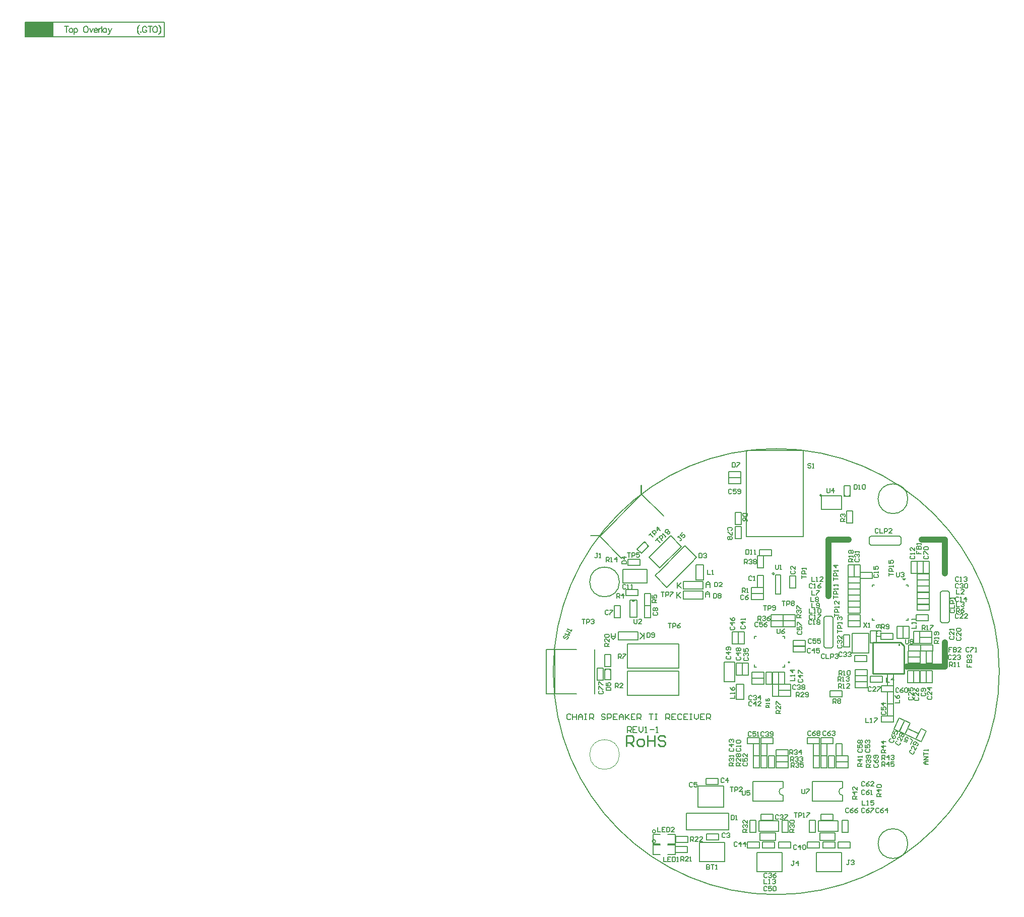
<source format=gto>
G04*
G04 #@! TF.GenerationSoftware,Altium Limited,Altium Designer,20.0.2 (26)*
G04*
G04 Layer_Color=65535*
%FSLAX25Y25*%
%MOIN*%
G70*
G01*
G75*
%ADD10C,0.00787*%
%ADD11C,0.01000*%
%ADD12C,0.00800*%
%ADD13C,0.00197*%
%ADD14C,0.00500*%
%ADD15C,0.00600*%
%ADD16C,0.00650*%
%ADD17C,0.03937*%
%ADD18R,0.19000X0.09500*%
G36*
X342Y54571D02*
Y54698D01*
X439Y54934D01*
X619Y55114D01*
X854Y55211D01*
X1109D01*
X1344Y55114D01*
X1524Y54934D01*
X1621Y54698D01*
Y54571D01*
Y54444D01*
X1524Y54209D01*
X1344Y54029D01*
X1109Y53931D01*
X854D01*
X619Y54029D01*
X439Y54209D01*
X342Y54444D01*
Y54571D01*
D01*
D02*
G37*
G36*
X4007Y97050D02*
X5506Y98550D01*
X2506D01*
X4007Y97050D01*
D02*
G37*
D10*
X-71494Y43050D02*
G03*
X-71494Y43050I-500J0D01*
G01*
X-81769Y101639D02*
G03*
X-81769Y101639I-707J0D01*
G01*
X-175928Y84258D02*
G03*
X-174058Y84258I935J0D01*
G01*
X-75994Y-39950D02*
G03*
X-75994Y-44950I0J-2500D01*
G01*
X-36494Y-39950D02*
G03*
X-36494Y-44950I0J-2500D01*
G01*
X6597Y-76899D02*
G03*
X6597Y-76899I-9843J0D01*
G01*
Y151251D02*
G03*
X6597Y151251I-9843J0D01*
G01*
X-184151Y96223D02*
G03*
X-184151Y96223I-9843J0D01*
G01*
X-74954Y40010D02*
Y41388D01*
X-76332Y40010D02*
X-74954D01*
X-95033D02*
X-93655D01*
X-95033D02*
Y41388D01*
Y58711D02*
Y60089D01*
X-93655D01*
X-74954Y58711D02*
Y60089D01*
X-76332D02*
X-74954D01*
X6818Y93050D02*
Y94361D01*
Y70739D02*
Y72050D01*
X5506Y94361D02*
X6818D01*
X-16804D02*
X-15494D01*
X5506Y70739D02*
X6818D01*
X-16804D02*
X-15494D01*
X-16804Y93050D02*
Y94361D01*
Y70739D02*
Y72050D01*
X-77476Y88340D02*
Y100938D01*
X-80976Y88340D02*
Y100938D01*
X-77476D01*
X-80976Y88340D02*
X-77476D01*
X-172631Y72841D02*
Y84258D01*
X-177356Y72841D02*
X-172631D01*
X-177356D02*
Y84258D01*
X-172631Y84258D01*
X-95994Y-35950D02*
X-76994D01*
X-95994Y-48950D02*
Y-35950D01*
Y-48950D02*
X-75994D01*
Y-44950D01*
X-76994Y-35950D02*
X-75994D01*
Y-39950D02*
Y-35950D01*
X-189793Y31650D02*
Y38650D01*
X-193793D02*
X-189793D01*
X-193793Y31650D02*
Y38650D01*
Y31650D02*
X-189793D01*
X-190793Y38650D02*
X-189793Y37650D01*
X-193793D02*
X-192793Y38650D01*
X-42994Y53550D02*
Y72550D01*
X-43993Y73550D02*
X-42994Y72550D01*
X-43993Y52550D02*
X-42994Y53550D01*
X-47993Y52550D02*
X-43993D01*
X-48994Y53550D02*
X-47993Y52550D01*
X-48994Y53550D02*
Y72550D01*
X-47993Y73550D01*
X-43993D01*
X-100096Y183130D02*
X-62694D01*
Y126043D02*
Y183130D01*
X-100096Y126043D02*
Y183130D01*
Y126043D02*
X-62694D01*
X-150342Y126767D02*
X-143271Y119695D01*
X-164484Y112624D02*
X-157413Y105553D01*
X-143271Y119695D01*
X-164484Y112624D02*
X-150342Y126767D01*
X-30202Y49046D02*
Y62046D01*
Y49046D02*
X-19202D01*
Y62046D01*
X-30202D02*
X-19202D01*
X-117126Y-67716D02*
X-111984D01*
Y-56693D01*
X-117126D02*
X-111984D01*
X-139984Y-67716D02*
X-134843D01*
X-139984D02*
Y-56693D01*
X-134843D01*
Y-67716D02*
X-117126D01*
X-134843Y-56693D02*
X-117126D01*
X-136698Y108756D02*
X-133062Y112392D01*
X-140857Y120187D02*
X-133062Y112392D01*
X-144493Y116551D02*
X-140857Y120187D01*
X-152861Y92593D02*
X-149225Y96228D01*
X-160656Y100388D02*
X-152861Y92593D01*
X-160656Y100388D02*
X-157020Y104023D01*
X-149225Y96228D02*
X-136698Y108756D01*
X-157020Y104023D02*
X-144493Y116551D01*
X-32493Y152703D02*
X-31493Y153703D01*
X-35493D02*
X-34493Y152703D01*
X-35493Y159703D02*
X-31493D01*
Y152703D02*
Y159703D01*
X-35493Y152703D02*
X-31493D01*
X-35493D02*
Y159703D01*
X28007Y70050D02*
Y89050D01*
Y70050D02*
X29006Y69050D01*
X28007Y89050D02*
X29006Y90050D01*
X33007D01*
X34007Y89050D01*
Y70050D02*
Y89050D01*
X33007Y69050D02*
X34007Y70050D01*
X29006Y69050D02*
X33007D01*
X-17993Y126550D02*
X1006D01*
X-18993Y125550D02*
X-17993Y126550D01*
X1006D02*
X2007Y125550D01*
Y121550D02*
Y125550D01*
X1006Y120550D02*
X2007Y121550D01*
X-17993Y120550D02*
X1006D01*
X-18993Y121550D02*
X-17993Y120550D01*
X-18993Y121550D02*
Y125550D01*
X-36494Y-39950D02*
Y-35950D01*
X-37494D02*
X-36494D01*
Y-48950D02*
Y-44950D01*
X-56494Y-48950D02*
X-36494D01*
X-56494D02*
Y-35950D01*
X-37494D01*
X-169663Y115052D02*
X-164713Y120002D01*
X-167541Y122830D02*
X-164713Y120002D01*
X-172491Y117880D02*
X-167541Y122830D01*
X-172491Y117880D02*
X-169663Y115052D01*
X-165420Y119295D02*
Y120709D01*
X-168248Y122123D02*
X-166834D01*
X-577346Y466528D02*
X-485346D01*
X-577346Y457028D02*
X-485346D01*
Y466528D01*
X-577346Y457028D02*
Y466528D01*
X67089Y36880D02*
G03*
X67089Y36880I-147500J0D01*
G01*
D11*
X-50494Y153550D02*
G03*
X-50494Y153550I-500J0D01*
G01*
X-169862Y160171D02*
X-169862Y154604D01*
X-16439Y56098D02*
X1946D01*
X4230Y53814D01*
Y35429D02*
Y53814D01*
X-16439Y35429D02*
Y56098D01*
Y35429D02*
X4230D01*
X-179493Y-12450D02*
Y-5452D01*
X-175995D01*
X-174828Y-6619D01*
Y-8951D01*
X-175995Y-10118D01*
X-179493D01*
X-177161D02*
X-174828Y-12450D01*
X-171329D02*
X-168997D01*
X-167831Y-11284D01*
Y-8951D01*
X-168997Y-7785D01*
X-171329D01*
X-172496Y-8951D01*
Y-11284D01*
X-171329Y-12450D01*
X-165498Y-5452D02*
Y-12450D01*
Y-8951D01*
X-160833D01*
Y-5452D01*
Y-12450D01*
X-153835Y-6619D02*
X-155001Y-5452D01*
X-157334D01*
X-158500Y-6619D01*
Y-7785D01*
X-157334Y-8951D01*
X-155001D01*
X-153835Y-10118D01*
Y-11284D01*
X-155001Y-12450D01*
X-157334D01*
X-158500Y-11284D01*
D12*
X-160195Y-68845D02*
G03*
X-160195Y-68845I-1082J0D01*
G01*
X-160288Y-75357D02*
G03*
X-160288Y-75357I-1082J0D01*
G01*
X-197284Y126347D02*
X-169445Y154186D01*
X-169862Y154604D02*
X-154969Y139710D01*
X-197701Y126765D02*
X-182807Y111871D01*
X-203269Y126765D02*
X-197701D01*
X-232663Y51590D02*
X-212651D01*
X-232663Y22062D02*
X-212651Y22062D01*
X-232663Y22062D02*
Y51590D01*
X-200379Y51590D02*
X-200379Y22062D01*
X-226789Y51590D02*
X-226789Y22062D01*
X-126994Y92550D02*
Y95174D01*
X-125682Y96486D01*
X-124370Y95174D01*
Y92550D01*
Y94518D01*
X-126994D01*
X-145993Y95986D02*
Y92050D01*
Y93362D01*
X-143370Y95986D01*
X-145338Y94018D01*
X-143370Y92050D01*
X-167782Y58600D02*
Y62536D01*
Y61224D01*
X-170406Y58600D01*
X-168438Y60568D01*
X-170406Y62536D01*
X-186782Y62036D02*
Y59412D01*
X-188094Y58100D01*
X-189406Y59412D01*
Y62036D01*
Y60068D01*
X-186782D01*
X-146088Y89534D02*
Y85598D01*
Y86910D01*
X-143464Y89534D01*
X-145432Y87566D01*
X-143464Y85598D01*
X-127088Y86098D02*
Y88722D01*
X-125776Y90034D01*
X-124464Y88722D01*
Y86098D01*
Y88066D01*
X-127088D01*
X-178993Y-3450D02*
Y485D01*
X-177026D01*
X-176370Y-170D01*
Y-1482D01*
X-177026Y-2138D01*
X-178993D01*
X-177682D02*
X-176370Y-3450D01*
X-172434Y485D02*
X-175058D01*
Y-3450D01*
X-172434D01*
X-175058Y-1482D02*
X-173746D01*
X-171122Y485D02*
Y-2138D01*
X-169810Y-3450D01*
X-168498Y-2138D01*
Y485D01*
X-167186Y-3450D02*
X-165874D01*
X-166530D01*
Y485D01*
X-167186Y-170D01*
X-163907Y-1482D02*
X-161283D01*
X-159971Y-3450D02*
X-158659D01*
X-159315D01*
Y485D01*
X-159971Y-170D01*
X-216370Y8330D02*
X-217026Y8986D01*
X-218338D01*
X-218993Y8330D01*
Y5706D01*
X-218338Y5050D01*
X-217026D01*
X-216370Y5706D01*
X-215058Y8986D02*
Y5050D01*
Y7018D01*
X-212434D01*
Y8986D01*
Y5050D01*
X-211122D02*
Y7674D01*
X-209810Y8986D01*
X-208498Y7674D01*
Y5050D01*
Y7018D01*
X-211122D01*
X-207186Y8986D02*
X-205874D01*
X-206530D01*
Y5050D01*
X-207186D01*
X-205874D01*
X-203906D02*
Y8986D01*
X-201939D01*
X-201283Y8330D01*
Y7018D01*
X-201939Y6362D01*
X-203906D01*
X-202595D02*
X-201283Y5050D01*
X-193411Y8330D02*
X-194067Y8986D01*
X-195379D01*
X-196035Y8330D01*
Y7674D01*
X-195379Y7018D01*
X-194067D01*
X-193411Y6362D01*
Y5706D01*
X-194067Y5050D01*
X-195379D01*
X-196035Y5706D01*
X-192099Y5050D02*
Y8986D01*
X-190131D01*
X-189476Y8330D01*
Y7018D01*
X-190131Y6362D01*
X-192099D01*
X-185540Y8986D02*
X-188164D01*
Y5050D01*
X-185540D01*
X-188164Y7018D02*
X-186852D01*
X-184228Y5050D02*
Y7674D01*
X-182916Y8986D01*
X-181604Y7674D01*
Y5050D01*
Y7018D01*
X-184228D01*
X-180292Y8986D02*
Y5050D01*
Y6362D01*
X-177668Y8986D01*
X-179636Y7018D01*
X-177668Y5050D01*
X-173732Y8986D02*
X-176356D01*
Y5050D01*
X-173732D01*
X-176356Y7018D02*
X-175044D01*
X-172421Y5050D02*
Y8986D01*
X-170453D01*
X-169797Y8330D01*
Y7018D01*
X-170453Y6362D01*
X-172421D01*
X-171109D02*
X-169797Y5050D01*
X-164549Y8986D02*
X-161925D01*
X-163237D01*
Y5050D01*
X-160613Y8986D02*
X-159301D01*
X-159957D01*
Y5050D01*
X-160613D01*
X-159301D01*
X-153398D02*
Y8986D01*
X-151430D01*
X-150774Y8330D01*
Y7018D01*
X-151430Y6362D01*
X-153398D01*
X-152086D02*
X-150774Y5050D01*
X-146838Y8986D02*
X-149462D01*
Y5050D01*
X-146838D01*
X-149462Y7018D02*
X-148150D01*
X-142903Y8330D02*
X-143559Y8986D01*
X-144870D01*
X-145526Y8330D01*
Y5706D01*
X-144870Y5050D01*
X-143559D01*
X-142903Y5706D01*
X-138967Y8986D02*
X-141591D01*
Y5050D01*
X-138967D01*
X-141591Y7018D02*
X-140279D01*
X-137655Y8986D02*
X-136343D01*
X-136999D01*
Y5050D01*
X-137655D01*
X-136343D01*
X-134375Y8986D02*
Y6362D01*
X-133063Y5050D01*
X-131751Y6362D01*
Y8986D01*
X-127816D02*
X-130439D01*
Y5050D01*
X-127816D01*
X-130439Y7018D02*
X-129128D01*
X-126504Y5050D02*
Y8986D01*
X-124536D01*
X-123880Y8330D01*
Y7018D01*
X-124536Y6362D01*
X-126504D01*
X-125192D02*
X-123880Y5050D01*
D13*
X-184151Y-17950D02*
G03*
X-184151Y-17950I-9843J0D01*
G01*
D14*
X-111994Y165050D02*
Y169050D01*
Y165050D02*
X-103993D01*
Y169050D01*
X-111994D02*
X-103993D01*
X-178993Y55050D02*
X-144993D01*
X-178993Y39050D02*
Y55050D01*
Y39050D02*
X-144993Y39050D01*
X-144993Y55050D02*
X-144993Y39050D01*
X-87257Y28524D02*
Y36524D01*
X-83257D01*
Y28524D02*
Y36524D01*
X-87257Y28524D02*
X-83257D01*
X-51594Y-69950D02*
X-41394D01*
X-51594Y-74950D02*
Y-69950D01*
Y-74950D02*
X-41394D01*
Y-69950D01*
X-10844Y3379D02*
X-2844Y3379D01*
X-10844Y3379D02*
Y7379D01*
X-2844Y7379D01*
X-2844Y3379D02*
X-2844Y7379D01*
X-132122Y-38669D02*
X-115122D01*
X-132122Y-52669D02*
Y-38669D01*
Y-52669D02*
X-115122D01*
Y-38669D01*
X-181993Y104550D02*
X-165993D01*
X-181993Y95550D02*
Y104550D01*
Y95550D02*
X-165993D01*
Y104550D01*
X-107993Y30050D02*
Y43050D01*
X-114994D02*
X-107993D01*
X-114994Y30050D02*
Y43050D01*
Y30050D02*
X-107993D01*
X-6856Y7460D02*
X-2856D01*
Y15460D01*
X-6856D02*
X-2856D01*
X-6856Y7460D02*
Y15460D01*
X-131360Y-88738D02*
Y-76139D01*
Y-88738D02*
X-114627D01*
Y-76139D01*
X-131360D02*
X-114627D01*
X-178993Y37050D02*
X-144993D01*
X-178993Y21050D02*
Y37050D01*
Y21050D02*
X-144993D01*
Y37050D01*
X-83494Y113550D02*
Y117550D01*
X-91493D02*
X-83494D01*
X-91493Y113550D02*
Y117550D01*
Y113550D02*
X-83494D01*
X-106993Y18450D02*
X-106993Y28650D01*
X-106993Y18450D02*
X-101994D01*
X-101994Y28650D02*
X-101994Y18450D01*
X-106993Y28650D02*
X-101994D01*
X15025Y50535D02*
Y54535D01*
Y50535D02*
X23025D01*
Y54535D01*
X15025D02*
X23025D01*
X16676Y109948D02*
X20676D01*
X16676D02*
X16676Y101948D01*
X20676D01*
X20676Y109948D02*
X20676Y101948D01*
X-93360Y-95521D02*
Y-82923D01*
Y-95521D02*
X-76627D01*
Y-82923D01*
X-93360D02*
X-76627D01*
X-32994Y-18950D02*
X-32994Y-22950D01*
X-40993Y-18950D02*
X-32994D01*
X-40993D02*
X-40993Y-22950D01*
X-32994D01*
X-58494Y-69450D02*
X-54493D01*
Y-61450D01*
X-58494D02*
X-54493D01*
X-58494Y-69450D02*
Y-61450D01*
X-178493Y107050D02*
Y111050D01*
Y107050D02*
X-170493D01*
Y111050D01*
X-178493D02*
X-170493D01*
X-40993Y-26950D02*
Y-22950D01*
Y-26950D02*
X-32994D01*
Y-22950D01*
X-40993D02*
X-32994D01*
X-40993Y-18950D02*
X-36994D01*
X-36994Y-10950D02*
X-36994Y-18950D01*
X-40993Y-10950D02*
X-36994D01*
X-40993Y-18950D02*
Y-10950D01*
X-55993Y-18950D02*
X-51994D01*
X-55993D02*
X-55993Y-26950D01*
X-51994D01*
X-51994Y-18950D02*
X-51994Y-26950D01*
X-36994Y-69450D02*
X-32994D01*
X-32994Y-61450D02*
X-32994Y-69450D01*
X-36994Y-61450D02*
X-32994D01*
X-36994Y-69450D02*
X-36994Y-61450D01*
X-50994Y-18950D02*
X-46993D01*
X-50994Y-26950D02*
X-50994Y-18950D01*
X-50994Y-26950D02*
X-46993Y-26950D01*
X-46993Y-18950D01*
X-92993Y105550D02*
X-88994D01*
Y113550D01*
X-92993Y113550D02*
X-88994Y113550D01*
X-92993Y105550D02*
Y113550D01*
X-67993Y70550D02*
Y74550D01*
X-75994Y74550D02*
X-67993Y74550D01*
X-75994Y74550D02*
X-75994Y70550D01*
X-67993Y70550D01*
X-83994D02*
Y74550D01*
Y70550D02*
X-75994Y70550D01*
X-75994Y74550D02*
X-75994Y70550D01*
X-83994Y74550D02*
X-75994D01*
X-80493Y-22950D02*
X-80493Y-26950D01*
X-72493D01*
Y-22950D01*
X-80493D02*
X-72493D01*
X-80493Y-18950D02*
Y-14950D01*
Y-18950D02*
X-72493Y-18950D01*
Y-14950D01*
X-80493Y-14950D02*
X-72493Y-14950D01*
X-72493Y-22950D02*
Y-18950D01*
X-80493D02*
X-72493D01*
X-80493Y-22950D02*
Y-18950D01*
Y-22950D02*
X-72493D01*
X-97993Y-69450D02*
X-93994D01*
X-93994Y-61450D01*
X-97993D02*
X-93994D01*
X-97993Y-69450D02*
Y-61450D01*
X-95494Y-18950D02*
X-91493D01*
X-95494Y-26950D02*
Y-18950D01*
Y-26950D02*
X-91493Y-26950D01*
X-91493Y-18950D01*
X-76494Y-69450D02*
X-72493D01*
Y-61450D01*
X-76494D02*
X-72493D01*
X-76494Y-69450D02*
Y-61450D01*
X-78993Y20550D02*
Y24550D01*
Y20550D02*
X-70994Y20550D01*
X-70994Y24550D02*
X-70994Y20550D01*
X-78993Y24550D02*
X-70994D01*
X-90494Y-18950D02*
X-86493D01*
X-90494Y-26950D02*
Y-18950D01*
Y-26950D02*
X-86493D01*
Y-18950D01*
X-82972Y28615D02*
X-78972D01*
X-82972Y20615D02*
Y28615D01*
Y20615D02*
X-78972D01*
X-78972Y28615D02*
X-78972Y20615D01*
X-146843Y-76187D02*
X-138843D01*
X-146843D02*
Y-72187D01*
X-138843D01*
Y-76187D02*
Y-72187D01*
X-139097Y-82637D02*
Y-78637D01*
X-147097Y-78637D02*
X-139097Y-78637D01*
X-147097Y-78637D02*
X-147097Y-82637D01*
X-139097D01*
X-193844Y40047D02*
X-189845Y40047D01*
X-189845Y48046D01*
X-193845D02*
X-189845D01*
X-193845D02*
X-193844Y40047D01*
X22506Y55550D02*
Y59550D01*
X14506D02*
X22506D01*
X14506Y55550D02*
Y59550D01*
Y55550D02*
X22506D01*
X-32962Y99550D02*
X-28962D01*
Y107550D01*
X-32962D02*
X-28962D01*
X-32962Y99550D02*
Y107550D01*
X22506Y59550D02*
Y63550D01*
X14506D02*
X22506D01*
X14506Y59550D02*
Y63550D01*
Y59550D02*
X22506D01*
X-167493Y80550D02*
X-163494D01*
Y88550D01*
X-167493D02*
X-163494D01*
X-167493Y80550D02*
Y88550D01*
X-179993Y87050D02*
Y91050D01*
Y87050D02*
X-171994Y87050D01*
X-171994Y91050D01*
X-179993D02*
X-171994D01*
X-96976Y88639D02*
X-88976Y88639D01*
X-96976Y88639D02*
Y92639D01*
X-88976D01*
Y88639D02*
Y92639D01*
X-133464Y107666D02*
X-128464D01*
X-128464Y97466D01*
X-133464D02*
X-128464D01*
X-133464D02*
X-133464Y107666D01*
X11954Y-7878D02*
X13644Y-4253D01*
X6394Y-872D02*
X13644Y-4253D01*
X4703Y-4497D02*
X6394Y-872D01*
X4703Y-4497D02*
X11954Y-7878D01*
X-6918Y27421D02*
X-2918D01*
Y35421D01*
X-6918D02*
X-2918D01*
X-6918Y27421D02*
Y35421D01*
X12711Y81351D02*
X20711D01*
X12711D02*
Y85351D01*
X20711D01*
Y81351D02*
Y85351D01*
Y89433D02*
Y93433D01*
X12711D02*
X20711D01*
X12711Y89433D02*
Y93433D01*
Y89433D02*
X20711D01*
X-53860Y-82923D02*
X-37127D01*
Y-95521D02*
Y-82923D01*
X-53860Y-95521D02*
X-37127D01*
X-53860D02*
Y-82923D01*
X7006Y50550D02*
X15007Y50550D01*
X7006Y50550D02*
Y54550D01*
X15007Y54550D01*
Y50550D02*
Y54550D01*
X12676Y101948D02*
X12676Y109948D01*
X16676Y109948D01*
X16676Y101948D01*
X12676D02*
X16676D01*
X-187494Y72550D02*
X-183493D01*
Y80550D01*
X-187494D02*
X-183493D01*
X-187494D02*
X-187494Y72550D01*
X-167493Y72550D02*
Y80550D01*
X-163494D01*
Y72550D02*
Y80550D01*
X-167493Y72550D02*
X-163494D01*
X-126835Y-33827D02*
X-118835Y-33827D01*
Y-37827D02*
Y-33827D01*
X-126835Y-37827D02*
X-118835Y-37827D01*
X-126835Y-37827D02*
Y-33827D01*
X-126441Y-74441D02*
Y-70441D01*
Y-74441D02*
X-118441D01*
Y-70441D01*
X-126441Y-70441D02*
X-118441Y-70441D01*
X-45994Y-26950D02*
X-45994Y-18950D01*
X-41993Y-18950D01*
Y-26950D02*
Y-18950D01*
X-45994Y-26950D02*
X-41993D01*
X-51994Y-10950D02*
Y-6950D01*
X-59993D02*
X-51994D01*
X-59993Y-10950D02*
Y-6950D01*
Y-10950D02*
X-51994D01*
X-49494Y-79950D02*
X-41493D01*
X-49494D02*
Y-75950D01*
X-41493D01*
Y-79950D02*
Y-75950D01*
X-59993D02*
X-51994D01*
Y-79950D02*
Y-75950D01*
X-59993Y-79950D02*
X-51994D01*
X-59993D02*
Y-75950D01*
X-39494D02*
X-31493D01*
Y-79950D02*
Y-75950D01*
X-39494Y-79950D02*
X-31493D01*
X-39494D02*
Y-75950D01*
X-50994Y-6950D02*
X-42994D01*
Y-10950D02*
Y-6950D01*
X-50994Y-10950D02*
X-42994D01*
X-50994D02*
Y-6950D01*
Y-57450D02*
X-42994D01*
Y-61450D02*
Y-57450D01*
X-50994Y-61450D02*
X-42994D01*
X-50994D02*
Y-57450D01*
X-39494Y-68950D02*
Y-61950D01*
X-52494Y-68950D02*
X-39494D01*
X-52494D02*
Y-61950D01*
X-39494D01*
X-111994Y161050D02*
X-103993D01*
X-111994D02*
Y165050D01*
X-103993D01*
Y161050D02*
Y165050D01*
X-67993Y66550D02*
Y70550D01*
X-75994Y70550D02*
X-67993Y70550D01*
X-75994Y66550D02*
Y70550D01*
Y66550D02*
X-67993Y66550D01*
X-83994Y70550D02*
X-75994Y70550D01*
X-75994Y66550D02*
X-75994Y70550D01*
X-83994Y66550D02*
X-75994D01*
X-83994D02*
Y70550D01*
X-69194Y57682D02*
X-69194Y53682D01*
X-61194Y53682D01*
Y57682D01*
X-69194Y57682D02*
X-61194Y57682D01*
X-50994Y-18950D02*
Y-10950D01*
X-46993D01*
X-46993Y-18950D02*
X-46993Y-10950D01*
X-50994Y-18950D02*
X-46993D01*
X-85493Y-26950D02*
X-81494D01*
X-81494Y-18950D01*
X-85493D02*
X-81494D01*
X-85493Y-26950D02*
Y-18950D01*
X-91493Y-10950D02*
Y-6950D01*
X-99493D02*
X-91493D01*
X-99493Y-10950D02*
Y-6950D01*
Y-10950D02*
X-91493D01*
X-102994Y34550D02*
X-102994Y42550D01*
X-106993Y34550D02*
X-102994D01*
X-106993Y42550D02*
X-106993Y34550D01*
X-106993Y42550D02*
X-102994D01*
X-78993Y36550D02*
X-74993D01*
X-78993D02*
X-78993Y28550D01*
X-74993Y28550D01*
X-74993Y36550D01*
X-109494Y55050D02*
Y63050D01*
X-105493D01*
Y55050D02*
Y63050D01*
X-109494Y55050D02*
X-105493D01*
X-99493Y-75950D02*
X-91493D01*
Y-79950D02*
Y-75950D01*
X-99493Y-79950D02*
X-91493D01*
X-99493D02*
Y-75950D01*
X-95494Y-18950D02*
X-91493D01*
X-91493Y-10950D01*
X-95494D02*
X-91493D01*
X-95494D02*
X-95494Y-18950D01*
X-96494Y32550D02*
X-88494D01*
Y28550D02*
Y32550D01*
X-96494Y28550D02*
X-88494D01*
X-96494D02*
Y32550D01*
X-105493Y55050D02*
Y63050D01*
X-101494D01*
X-101494Y55050D02*
X-101494Y63050D01*
X-105493Y55050D02*
X-101494Y55050D01*
X-78993Y-79950D02*
Y-75950D01*
Y-79950D02*
X-70994Y-79950D01*
X-70994Y-75950D02*
X-70994Y-79950D01*
X-78993Y-75950D02*
X-70994D01*
X-90494Y-6950D02*
X-82494Y-6950D01*
Y-10950D02*
Y-6950D01*
X-90494Y-10950D02*
X-82494Y-10950D01*
X-90494Y-10950D02*
Y-6950D01*
X-78993Y28550D02*
X-70994Y28550D01*
Y24550D02*
Y28550D01*
X-78993Y24550D02*
X-70994D01*
X-78993D02*
Y28550D01*
X-90494Y-57450D02*
X-82494Y-57450D01*
Y-61450D02*
Y-57450D01*
X-90494Y-61450D02*
X-82494D01*
X-90494D02*
Y-57450D01*
X-78993Y-68950D02*
Y-61950D01*
X-91993Y-68950D02*
X-78993D01*
X-91993D02*
Y-61950D01*
X-78993D01*
X-98993Y42550D02*
X-98993Y34550D01*
X-102994D02*
X-98993D01*
X-102994Y42550D02*
X-102994Y34550D01*
X-102994Y42550D02*
X-98993D01*
X-96494Y36550D02*
X-88494Y36550D01*
Y32550D02*
Y36550D01*
X-96494Y32550D02*
X-88494Y32550D01*
X-96494Y32550D02*
Y36550D01*
X-28618Y43660D02*
Y47660D01*
Y43660D02*
X-20618D01*
Y47660D01*
X-28618D02*
X-20618D01*
X-35993Y53050D02*
X-31993D01*
Y61050D01*
X-35993D02*
X-31993D01*
X-35993Y53050D02*
Y61050D01*
X-28962Y99550D02*
Y107550D01*
X-24962D01*
Y99550D02*
Y107550D01*
X-28962Y99550D02*
X-24962D01*
X12711Y93564D02*
Y97564D01*
Y93564D02*
X20711D01*
X20711Y97564D01*
X12711D02*
X20711D01*
X15557Y-9584D02*
X18938Y-2333D01*
X11932Y-7893D02*
X15557Y-9584D01*
X11932Y-7893D02*
X15313Y-643D01*
X18938Y-2333D01*
X4450Y4511D02*
X8075Y2821D01*
X1069Y-2739D02*
X4450Y4511D01*
X1069Y-2739D02*
X4694Y-4430D01*
X8075Y2821D01*
X-18067Y29836D02*
X-10067D01*
X-18067D02*
Y33836D01*
X-10067D01*
Y29836D02*
Y33836D01*
X10580Y37566D02*
X14580D01*
X10580Y29566D02*
Y37566D01*
Y29566D02*
X14580D01*
X14580Y37566D01*
X18859D02*
X22859D01*
X18859Y29566D02*
Y37566D01*
Y29566D02*
X22859D01*
Y37566D01*
X6935Y46586D02*
Y50586D01*
Y46586D02*
X14935D01*
Y50586D01*
X6935D02*
X14935D01*
X12007Y70550D02*
Y74550D01*
Y70550D02*
X20007D01*
Y74550D01*
X12007D02*
X20007D01*
X3506Y58953D02*
Y66953D01*
X-494Y58953D02*
X3506D01*
X-494D02*
Y66953D01*
X3506D01*
X3506Y66953D02*
X7507D01*
X3506Y58953D02*
X3506Y66953D01*
X3506Y58953D02*
X7507D01*
Y66953D01*
X-18048Y64006D02*
X-14048D01*
X-18048Y56006D02*
Y64006D01*
Y56006D02*
X-14048D01*
Y64006D01*
X-32994Y66550D02*
X-24994D01*
X-32994D02*
Y70550D01*
X-24994D01*
Y66550D02*
Y70550D01*
Y74550D01*
X-32994D02*
X-24994D01*
X-32994Y70550D02*
Y74550D01*
Y70550D02*
X-24994D01*
X-32994Y91550D02*
X-24994D01*
X-32994D02*
Y95550D01*
X-24994D01*
Y91550D02*
Y95550D01*
X-16994Y98550D02*
Y102550D01*
X-24994D02*
X-16994D01*
X-24994Y98550D02*
Y102550D01*
Y98550D02*
X-16994D01*
X12711Y89362D02*
X20711D01*
Y85361D02*
Y89362D01*
X12711Y85361D02*
X20711D01*
X12711D02*
Y89362D01*
Y97564D02*
Y101564D01*
Y97564D02*
X20711D01*
Y101564D01*
X12711D02*
X20711D01*
X-96976Y84639D02*
X-96976Y88639D01*
X-96976Y84639D02*
X-88976D01*
Y88639D01*
X-96976Y88639D02*
X-88976Y88639D01*
X-71476Y100139D02*
X-67476D01*
X-71476D02*
X-71476Y92139D01*
X-67476D01*
Y100139D01*
X-92976Y100639D02*
X-88976D01*
X-92976D02*
X-92976Y92639D01*
X-88976D01*
X-88976Y100639D01*
X8676Y101948D02*
Y109948D01*
X12676D01*
X12676Y101948D02*
X12676Y109948D01*
X8676Y101948D02*
X12676D01*
X10425Y29566D02*
Y37566D01*
X6425Y29566D02*
X10425D01*
X6425D02*
Y37566D01*
X10425D01*
X-69221Y53738D02*
X-61221D01*
Y49738D02*
Y53738D01*
X-69221Y49738D02*
X-61221Y49738D01*
X-69221Y49738D02*
Y53738D01*
X-89494Y-79950D02*
X-81494D01*
X-89494D02*
Y-75950D01*
X-81494D01*
Y-79950D02*
Y-75950D01*
X-103512Y134189D02*
Y142189D01*
X-107512Y134189D02*
X-103512D01*
X-107512D02*
Y142189D01*
X-103512D01*
X-80893Y-74950D02*
Y-69950D01*
X-91093Y-74950D02*
X-80893D01*
X-91093D02*
Y-69950D01*
X-80893D01*
X-82994Y36550D02*
X-78993D01*
X-82994D02*
X-82994Y28550D01*
X-78993D01*
Y36550D01*
X-90494Y-18950D02*
Y-10950D01*
X-86493D01*
Y-18950D02*
Y-10950D01*
X-90494Y-18950D02*
X-86493D01*
X-198994Y31050D02*
Y39050D01*
X-194993D01*
Y31050D02*
Y39050D01*
X-198994Y31050D02*
X-194993D01*
X-55993Y-18950D02*
Y-10950D01*
X-51994D01*
Y-18950D02*
Y-10950D01*
X-55993Y-18950D02*
X-51994D01*
X-33994Y135050D02*
X-29994D01*
Y143050D01*
X-33994D02*
X-29994D01*
X-33994Y135050D02*
Y143050D01*
X20711Y77441D02*
Y81441D01*
X12711D02*
X20711D01*
X12711Y77441D02*
Y81441D01*
Y77441D02*
X20711D01*
X-44993Y20050D02*
Y24050D01*
Y20050D02*
X-36994D01*
Y24050D01*
X-44993D02*
X-36994D01*
X-107512Y132740D02*
X-103512D01*
X-107512Y124740D02*
Y132740D01*
Y124740D02*
X-103512D01*
Y132740D01*
X18790Y29566D02*
Y37566D01*
X14790Y29566D02*
X18790D01*
X14790D02*
Y37566D01*
X18790D01*
X-10849Y27389D02*
X-2849D01*
Y23390D02*
Y27389D01*
X-10849Y23390D02*
X-2849D01*
X-10849D02*
Y27389D01*
X-2671Y-996D02*
X710Y6255D01*
X4335Y4564D01*
X954Y-2686D02*
X4335Y4564D01*
X-2671Y-996D02*
X954Y-2686D01*
X18882Y42460D02*
X22882D01*
X22882Y50460D02*
X22882Y42460D01*
X18882Y50460D02*
X22882D01*
X18882Y42460D02*
Y50460D01*
X-11146Y58240D02*
X-3146D01*
X-11146D02*
Y62239D01*
X-3146D01*
Y58240D02*
Y62239D01*
X-28137Y34315D02*
Y38315D01*
Y34315D02*
X-20137D01*
Y38315D01*
X-28137D02*
X-20137D01*
X6951Y42630D02*
Y46630D01*
Y42630D02*
X14951D01*
Y46630D01*
X6951D02*
X14951D01*
X-20137Y26257D02*
Y30257D01*
X-28137D02*
X-20137D01*
X-28137Y26257D02*
Y30257D01*
Y26257D02*
X-20137D01*
X-28137Y30269D02*
Y34269D01*
Y30269D02*
X-20137D01*
Y34269D01*
X-28137D02*
X-20137D01*
X-501688Y464489D02*
X-502069Y464108D01*
X-502450Y463537D01*
X-502831Y462775D01*
X-503021Y461823D01*
Y461061D01*
X-502831Y460109D01*
X-502450Y459347D01*
X-502069Y458776D01*
X-501688Y458395D01*
X-502069Y464108D02*
X-502450Y463347D01*
X-502640Y462775D01*
X-502831Y461823D01*
Y461061D01*
X-502640Y460109D01*
X-502450Y459538D01*
X-502069Y458776D01*
X-500736Y460109D02*
X-500926Y459919D01*
X-500736Y459728D01*
X-500546Y459919D01*
X-500736Y460109D01*
X-496813Y462775D02*
X-497003Y463156D01*
X-497384Y463537D01*
X-497765Y463728D01*
X-498527D01*
X-498908Y463537D01*
X-499289Y463156D01*
X-499479Y462775D01*
X-499670Y462204D01*
Y461252D01*
X-499479Y460680D01*
X-499289Y460300D01*
X-498908Y459919D01*
X-498527Y459728D01*
X-497765D01*
X-497384Y459919D01*
X-497003Y460300D01*
X-496813Y460680D01*
Y461252D01*
X-497765D02*
X-496813D01*
X-494566Y463728D02*
Y459728D01*
X-495899Y463728D02*
X-493233D01*
X-491614D02*
X-491995Y463537D01*
X-492376Y463156D01*
X-492566Y462775D01*
X-492757Y462204D01*
Y461252D01*
X-492566Y460680D01*
X-492376Y460300D01*
X-491995Y459919D01*
X-491614Y459728D01*
X-490852D01*
X-490472Y459919D01*
X-490091Y460300D01*
X-489900Y460680D01*
X-489710Y461252D01*
Y462204D01*
X-489900Y462775D01*
X-490091Y463156D01*
X-490472Y463537D01*
X-490852Y463728D01*
X-491614D01*
X-488777Y464489D02*
X-488396Y464108D01*
X-488015Y463537D01*
X-487634Y462775D01*
X-487443Y461823D01*
Y461061D01*
X-487634Y460109D01*
X-488015Y459347D01*
X-488396Y458776D01*
X-488777Y458395D01*
X-488396Y464108D02*
X-488015Y463347D01*
X-487824Y462775D01*
X-487634Y461823D01*
Y461061D01*
X-487824Y460109D01*
X-488015Y459538D01*
X-488396Y458776D01*
X-550013Y463728D02*
Y459728D01*
X-551346Y463728D02*
X-548680D01*
X-547252Y462394D02*
X-547632Y462204D01*
X-548013Y461823D01*
X-548204Y461252D01*
Y460871D01*
X-548013Y460300D01*
X-547632Y459919D01*
X-547252Y459728D01*
X-546680D01*
X-546299Y459919D01*
X-545919Y460300D01*
X-545728Y460871D01*
Y461252D01*
X-545919Y461823D01*
X-546299Y462204D01*
X-546680Y462394D01*
X-547252D01*
X-544852D02*
Y458395D01*
Y461823D02*
X-544471Y462204D01*
X-544090Y462394D01*
X-543519D01*
X-543138Y462204D01*
X-542757Y461823D01*
X-542567Y461252D01*
Y460871D01*
X-542757Y460300D01*
X-543138Y459919D01*
X-543519Y459728D01*
X-544090D01*
X-544471Y459919D01*
X-544852Y460300D01*
X-537425Y463728D02*
X-537806Y463537D01*
X-538187Y463156D01*
X-538377Y462775D01*
X-538568Y462204D01*
Y461252D01*
X-538377Y460680D01*
X-538187Y460300D01*
X-537806Y459919D01*
X-537425Y459728D01*
X-536663D01*
X-536282Y459919D01*
X-535902Y460300D01*
X-535711Y460680D01*
X-535521Y461252D01*
Y462204D01*
X-535711Y462775D01*
X-535902Y463156D01*
X-536282Y463537D01*
X-536663Y463728D01*
X-537425D01*
X-534588Y462394D02*
X-533445Y459728D01*
X-532302Y462394D02*
X-533445Y459728D01*
X-531655Y461252D02*
X-529370D01*
Y461633D01*
X-529560Y462014D01*
X-529751Y462204D01*
X-530131Y462394D01*
X-530703D01*
X-531084Y462204D01*
X-531464Y461823D01*
X-531655Y461252D01*
Y460871D01*
X-531464Y460300D01*
X-531084Y459919D01*
X-530703Y459728D01*
X-530131D01*
X-529751Y459919D01*
X-529370Y460300D01*
X-528513Y462394D02*
Y459728D01*
Y461252D02*
X-528322Y461823D01*
X-527941Y462204D01*
X-527561Y462394D01*
X-526989D01*
X-526627Y463728D02*
Y459728D01*
X-523504Y462394D02*
Y459728D01*
Y461823D02*
X-523885Y462204D01*
X-524266Y462394D01*
X-524837D01*
X-525218Y462204D01*
X-525599Y461823D01*
X-525789Y461252D01*
Y460871D01*
X-525599Y460300D01*
X-525218Y459919D01*
X-524837Y459728D01*
X-524266D01*
X-523885Y459919D01*
X-523504Y460300D01*
X-522247Y462394D02*
X-521105Y459728D01*
X-519962Y462394D02*
X-521105Y459728D01*
X-521486Y458967D01*
X-521867Y458586D01*
X-522247Y458395D01*
X-522438D01*
X-84750Y13076D02*
X-87112D01*
Y14257D01*
X-86718Y14650D01*
X-85931D01*
X-85537Y14257D01*
Y13076D01*
Y13863D02*
X-84750Y14650D01*
Y15437D02*
Y16225D01*
Y15831D01*
X-87112D01*
X-86718Y15437D01*
X-87112Y18980D02*
Y17405D01*
X-85931D01*
X-86325Y18192D01*
Y18586D01*
X-85931Y18980D01*
X-85144D01*
X-84750Y18586D01*
Y17799D01*
X-85144Y17405D01*
X5097Y58221D02*
Y55722D01*
X5597Y55222D01*
X6597D01*
X7097Y55722D01*
Y58221D01*
X8096Y57721D02*
X8596Y58221D01*
X9596D01*
X10096Y57721D01*
Y57221D01*
X9596Y56721D01*
X10096Y56222D01*
Y55722D01*
X9596Y55222D01*
X8596D01*
X8096Y55722D01*
Y56222D01*
X8596Y56721D01*
X8096Y57221D01*
Y57721D01*
X8596Y56721D02*
X9596D01*
X-10509Y10506D02*
X-11009Y10006D01*
Y9006D01*
X-10509Y8506D01*
X-8510D01*
X-8010Y9006D01*
Y10006D01*
X-8510Y10506D01*
X-11009Y13505D02*
Y11506D01*
X-9510D01*
X-10009Y12505D01*
Y13005D01*
X-9510Y13505D01*
X-8510D01*
X-8010Y13005D01*
Y12005D01*
X-8510Y11506D01*
X-8010Y16004D02*
X-11009D01*
X-9510Y14505D01*
Y16504D01*
X-39553Y30544D02*
Y33543D01*
X-38053D01*
X-37553Y33043D01*
Y32043D01*
X-38053Y31543D01*
X-39553D01*
X-38553D02*
X-37553Y30544D01*
X-36554D02*
X-35554D01*
X-36054D01*
Y33543D01*
X-36554Y33043D01*
X-34054D02*
X-33555Y33543D01*
X-32555D01*
X-32055Y33043D01*
Y32543D01*
X-32555Y32043D01*
X-33055D01*
X-32555D01*
X-32055Y31543D01*
Y31043D01*
X-32555Y30544D01*
X-33555D01*
X-34054Y31043D01*
X-39340Y25924D02*
Y28923D01*
X-37841D01*
X-37341Y28423D01*
Y27423D01*
X-37841Y26923D01*
X-39340D01*
X-38341D02*
X-37341Y25924D01*
X-36341D02*
X-35342D01*
X-35841D01*
Y28923D01*
X-36341Y28423D01*
X-31843Y25924D02*
X-33842D01*
X-31843Y27923D01*
Y28423D01*
X-32343Y28923D01*
X-33342D01*
X-33842Y28423D01*
X34146Y40160D02*
Y43159D01*
X35645D01*
X36145Y42659D01*
Y41659D01*
X35645Y41159D01*
X34146D01*
X35146D02*
X36145Y40160D01*
X37145D02*
X38145D01*
X37645D01*
Y43159D01*
X37145Y42659D01*
X39644Y40160D02*
X40644D01*
X40144D01*
Y43159D01*
X39644Y42659D01*
X-38969Y34579D02*
Y37578D01*
X-37469D01*
X-36969Y37078D01*
Y36079D01*
X-37469Y35579D01*
X-38969D01*
X-37969D02*
X-36969Y34579D01*
X-35970D02*
X-34970D01*
X-35470D01*
Y37578D01*
X-35970Y37078D01*
X-33470D02*
X-32971Y37578D01*
X-31971D01*
X-31471Y37078D01*
Y35079D01*
X-31971Y34579D01*
X-32971D01*
X-33470Y35079D01*
Y37078D01*
X-10846Y65039D02*
Y68038D01*
X-9347D01*
X-8847Y67539D01*
Y66539D01*
X-9347Y66039D01*
X-10846D01*
X-9847D02*
X-8847Y65039D01*
X-7847Y65539D02*
X-7347Y65039D01*
X-6348D01*
X-5848Y65539D01*
Y67539D01*
X-6348Y68038D01*
X-7347D01*
X-7847Y67539D01*
Y67039D01*
X-7347Y66539D01*
X-5848D01*
X-21179Y6036D02*
Y3037D01*
X-19180D01*
X-18180D02*
X-17181D01*
X-17681D01*
Y6036D01*
X-18180Y5536D01*
X-15681Y6036D02*
X-13682D01*
Y5536D01*
X-15681Y3537D01*
Y3037D01*
X45910Y41980D02*
Y39980D01*
X47410D01*
Y40980D01*
Y39980D01*
X48909D01*
X45910Y42979D02*
X48909D01*
Y44479D01*
X48409Y44979D01*
X47910D01*
X47410Y44479D01*
Y42979D01*
Y44479D01*
X46910Y44979D01*
X46410D01*
X45910Y44479D01*
Y42979D01*
X46410Y45978D02*
X45910Y46478D01*
Y47478D01*
X46410Y47978D01*
X46910D01*
X47410Y47478D01*
Y46978D01*
Y47478D01*
X47910Y47978D01*
X48409D01*
X48909Y47478D01*
Y46478D01*
X48409Y45978D01*
X-4704Y-7530D02*
X-5368Y-7771D01*
X-5791Y-8677D01*
X-5549Y-9341D01*
X-3737Y-10187D01*
X-3073Y-9945D01*
X-2650Y-9039D01*
X-2892Y-8375D01*
X-3890Y-4600D02*
X-3859Y-5717D01*
X-3376Y-7046D01*
X-2470Y-7468D01*
X-1805Y-7227D01*
X-1383Y-6321D01*
X-1625Y-5656D01*
X-2078Y-5445D01*
X-2742Y-5687D01*
X-3376Y-7046D01*
X-2622Y-1882D02*
X-3467Y-3694D01*
X-2108Y-4328D01*
X-2139Y-3211D01*
X-1928Y-2758D01*
X-1263Y-2516D01*
X-357Y-2938D01*
X-115Y-3603D01*
X-538Y-4509D01*
X-1202Y-4750D01*
X627Y25555D02*
X127Y26055D01*
X-872D01*
X-1372Y25555D01*
Y23556D01*
X-872Y23056D01*
X127D01*
X627Y23556D01*
X3626Y26055D02*
X2626Y25555D01*
X1627Y24556D01*
Y23556D01*
X2127Y23056D01*
X3126D01*
X3626Y23556D01*
Y24056D01*
X3126Y24556D01*
X1627D01*
X4626Y25555D02*
X5126Y26055D01*
X6125D01*
X6625Y25555D01*
Y23556D01*
X6125Y23056D01*
X5126D01*
X4626Y23556D01*
Y25555D01*
X15950Y22834D02*
X15450Y22334D01*
Y21335D01*
X15950Y20835D01*
X17950D01*
X18450Y21335D01*
Y22334D01*
X17950Y22834D01*
Y23834D02*
X18450Y24333D01*
Y25333D01*
X17950Y25833D01*
X15950D01*
X15450Y25333D01*
Y24333D01*
X15950Y23834D01*
X16450D01*
X16950Y24333D01*
Y25833D01*
X-144700Y126584D02*
X-145407Y125877D01*
X-145054Y126231D01*
X-143287Y124463D01*
Y123757D01*
X-143640Y123403D01*
X-144347D01*
X-142580Y128705D02*
X-143993Y127291D01*
X-142933Y126231D01*
X-142580Y127291D01*
X-142226Y127645D01*
X-141519D01*
X-140813Y126938D01*
X-140813Y126231D01*
X-141519Y125524D01*
X-142226D01*
X-151994Y68843D02*
X-149994D01*
X-150994D01*
Y65844D01*
X-148995D02*
Y68843D01*
X-147495D01*
X-146995Y68343D01*
Y67343D01*
X-147495Y66843D01*
X-148995D01*
X-143996Y68843D02*
X-144996Y68343D01*
X-145995Y67343D01*
Y66343D01*
X-145496Y65844D01*
X-144496D01*
X-143996Y66343D01*
Y66843D01*
X-144496Y67343D01*
X-145995D01*
X-184994Y45550D02*
Y48549D01*
X-183494D01*
X-182994Y48049D01*
Y47049D01*
X-183494Y46549D01*
X-184994D01*
X-183994D02*
X-182994Y45550D01*
X-181994Y48549D02*
X-179995D01*
Y48049D01*
X-181994Y46050D01*
Y45550D01*
X-110099Y130284D02*
X-109599Y130784D01*
Y131784D01*
X-110099Y132283D01*
X-112099D01*
X-112598Y131784D01*
Y130784D01*
X-112099Y130284D01*
X-109599Y129284D02*
Y127285D01*
X-110099D01*
X-112099Y129284D01*
X-112598D01*
X-110099Y126285D02*
X-109599Y125786D01*
Y124786D01*
X-110099Y124286D01*
X-110599D01*
X-111099Y124786D01*
X-111599Y124286D01*
X-112099D01*
X-112598Y124786D01*
Y125786D01*
X-112099Y126285D01*
X-111599D01*
X-111099Y125786D01*
X-110599Y126285D01*
X-110099D01*
X-111099Y125786D02*
Y124786D01*
X-42863Y16017D02*
Y19016D01*
X-41364D01*
X-40864Y18516D01*
Y17516D01*
X-41364Y17017D01*
X-42863D01*
X-41863D02*
X-40864Y16017D01*
X-39864Y18516D02*
X-39364Y19016D01*
X-38365D01*
X-37865Y18516D01*
Y18016D01*
X-38365Y17516D01*
X-37865Y17017D01*
Y16517D01*
X-38365Y16017D01*
X-39364D01*
X-39864Y16517D01*
Y17017D01*
X-39364Y17516D01*
X-39864Y18016D01*
Y18516D01*
X-39364Y17516D02*
X-38365D01*
X38712Y75941D02*
Y78940D01*
X40211D01*
X40711Y78440D01*
Y77441D01*
X40211Y76941D01*
X38712D01*
X39711D02*
X40711Y75941D01*
X43710Y78940D02*
X42710Y78440D01*
X41710Y77441D01*
Y76441D01*
X42210Y75941D01*
X43210D01*
X43710Y76441D01*
Y76941D01*
X43210Y77441D01*
X41710D01*
X-34747Y136176D02*
X-37746D01*
Y137676D01*
X-37246Y138176D01*
X-36246D01*
X-35746Y137676D01*
Y136176D01*
Y137176D02*
X-34747Y138176D01*
X-37246Y139175D02*
X-37746Y139675D01*
Y140675D01*
X-37246Y141175D01*
X-36746D01*
X-36246Y140675D01*
Y140175D01*
Y140675D01*
X-35746Y141175D01*
X-35247D01*
X-34747Y140675D01*
Y139675D01*
X-35247Y139175D01*
X-25993Y-14451D02*
X-26493Y-14951D01*
Y-15950D01*
X-25993Y-16450D01*
X-23993D01*
X-23494Y-15950D01*
Y-14951D01*
X-23993Y-14451D01*
X-26493Y-11452D02*
Y-13451D01*
X-24993D01*
X-25493Y-12451D01*
Y-11952D01*
X-24993Y-11452D01*
X-23993D01*
X-23494Y-11952D01*
Y-12951D01*
X-23993Y-13451D01*
X-25993Y-10452D02*
X-26493Y-9952D01*
Y-8953D01*
X-25993Y-8453D01*
X-25493D01*
X-24993Y-8953D01*
X-24493Y-8453D01*
X-23993D01*
X-23494Y-8953D01*
Y-9952D01*
X-23993Y-10452D01*
X-24493D01*
X-24993Y-9952D01*
X-25493Y-10452D01*
X-25993D01*
X-24993Y-9952D02*
Y-8953D01*
X-197493Y24049D02*
X-197993Y23549D01*
Y22550D01*
X-197493Y22050D01*
X-195493D01*
X-194993Y22550D01*
Y23549D01*
X-195493Y24049D01*
X-197993Y25049D02*
Y27048D01*
X-197493D01*
X-195493Y25049D01*
X-194993D01*
X-197993Y28048D02*
Y30047D01*
X-197493D01*
X-195493Y28048D01*
X-194993D01*
X-106493Y-13951D02*
X-106992Y-14451D01*
Y-15450D01*
X-106493Y-15950D01*
X-104493D01*
X-103993Y-15450D01*
Y-14451D01*
X-104493Y-13951D01*
X-103993Y-12951D02*
Y-11952D01*
Y-12451D01*
X-106992D01*
X-106493Y-12951D01*
Y-10452D02*
X-106992Y-9952D01*
Y-8952D01*
X-106493Y-8453D01*
X-104493D01*
X-103993Y-8952D01*
Y-9952D01*
X-104493Y-10452D01*
X-106493D01*
X-160114Y123670D02*
X-158700Y125084D01*
X-159407Y124377D01*
X-157287Y122257D01*
X-155873Y123670D02*
X-157993Y125791D01*
X-156933Y126851D01*
X-156226Y126851D01*
X-155519Y126145D01*
Y125438D01*
X-156580Y124377D01*
X-153752Y125791D02*
X-153045Y126498D01*
X-153399Y126145D01*
X-155519Y128265D01*
Y127558D01*
X-153752Y129325D02*
Y130032D01*
X-153045Y130739D01*
X-152339Y130739D01*
X-151985Y130386D01*
Y129679D01*
X-151278D01*
X-150925Y129325D01*
Y128619D01*
X-151632Y127912D01*
X-152339D01*
X-152692Y128265D01*
Y128972D01*
X-153399D01*
X-153752Y129325D01*
X-152692Y128972D02*
X-151985Y129679D01*
X-158979Y-65995D02*
Y-68994D01*
X-156980D01*
X-153981Y-65995D02*
X-155980D01*
Y-68994D01*
X-153981D01*
X-155980Y-67495D02*
X-154980D01*
X-152981Y-65995D02*
Y-68994D01*
X-151481D01*
X-150981Y-68495D01*
Y-66495D01*
X-151481Y-65995D01*
X-152981D01*
X-147982Y-68994D02*
X-149982D01*
X-147982Y-66995D01*
Y-66495D01*
X-148482Y-65995D01*
X-149482D01*
X-149982Y-66495D01*
X-57494Y174049D02*
X-57994Y174549D01*
X-58994D01*
X-59493Y174049D01*
Y173549D01*
X-58994Y173049D01*
X-57994D01*
X-57494Y172549D01*
Y172050D01*
X-57994Y171550D01*
X-58994D01*
X-59493Y172050D01*
X-56494Y171550D02*
X-55495D01*
X-55995D01*
Y174549D01*
X-56494Y174049D01*
X-198494Y115049D02*
X-199494D01*
X-198994D01*
Y112550D01*
X-199494Y112050D01*
X-199994D01*
X-200494Y112550D01*
X-197494Y112050D02*
X-196495D01*
X-196995D01*
Y115049D01*
X-197494Y114549D01*
X-102994Y-41951D02*
Y-44450D01*
X-102494Y-44950D01*
X-101494D01*
X-100994Y-44450D01*
Y-41951D01*
X-97995D02*
X-99994D01*
Y-43451D01*
X-98995Y-42951D01*
X-98495D01*
X-97995Y-43451D01*
Y-44450D01*
X-98495Y-44950D01*
X-99495D01*
X-99994Y-44450D01*
X-178993Y115549D02*
X-176994D01*
X-177994D01*
Y112550D01*
X-175995D02*
Y115549D01*
X-174495D01*
X-173995Y115049D01*
Y114049D01*
X-174495Y113549D01*
X-175995D01*
X-170996Y115549D02*
X-172995D01*
Y114049D01*
X-171996Y114549D01*
X-171496D01*
X-170996Y114049D01*
Y113050D01*
X-171496Y112550D01*
X-172496D01*
X-172995Y113050D01*
X-220033Y60898D02*
X-220697Y60656D01*
X-221119Y59750D01*
X-220878Y59086D01*
X-220425Y58875D01*
X-219760Y59117D01*
X-219338Y60023D01*
X-218674Y60264D01*
X-218221Y60053D01*
X-217979Y59389D01*
X-218401Y58483D01*
X-219066Y58241D01*
X-220063Y62015D02*
X-217345Y60748D01*
X-217829Y62076D01*
X-216500Y62560D01*
X-219218Y63827D01*
X-216078Y63466D02*
X-215655Y64372D01*
X-215866Y63919D01*
X-218584Y65187D01*
X-218343Y64522D01*
X-23494Y-48451D02*
Y-51450D01*
X-21494D01*
X-20494D02*
X-19495D01*
X-19995D01*
Y-48451D01*
X-20494Y-48951D01*
X-15996Y-48451D02*
X-17995D01*
Y-49951D01*
X-16996Y-49451D01*
X-16496D01*
X-15996Y-49951D01*
Y-50950D01*
X-16496Y-51450D01*
X-17495D01*
X-17995Y-50950D01*
X-71070Y30780D02*
X-68071D01*
Y32779D01*
Y33779D02*
Y34778D01*
Y34279D01*
X-71070D01*
X-70570Y33779D01*
X-68071Y37777D02*
X-71070D01*
X-69570Y36278D01*
Y38277D01*
X-88494Y-100451D02*
Y-103450D01*
X-86494D01*
X-85495D02*
X-84495D01*
X-84995D01*
Y-100451D01*
X-85495Y-100951D01*
X-82995D02*
X-82495Y-100451D01*
X-81496D01*
X-80996Y-100951D01*
Y-101451D01*
X-81496Y-101951D01*
X-81996D01*
X-81496D01*
X-80996Y-102451D01*
Y-102950D01*
X-81496Y-103450D01*
X-82495D01*
X-82995Y-102950D01*
X-109494Y175049D02*
Y172050D01*
X-107994D01*
X-107494Y172550D01*
Y174549D01*
X-107994Y175049D01*
X-109494D01*
X-106494D02*
X-104495D01*
Y174549D01*
X-106494Y172550D01*
Y172050D01*
X-99513Y141657D02*
X-102512D01*
Y140158D01*
X-102012Y139658D01*
X-100013D01*
X-99513Y140158D01*
Y141657D01*
Y136659D02*
X-100013Y137659D01*
X-101012Y138658D01*
X-102012D01*
X-102512Y138159D01*
Y137159D01*
X-102012Y136659D01*
X-101512D01*
X-101012Y137159D01*
Y138658D01*
X-192992Y24550D02*
X-189994D01*
Y26049D01*
X-190493Y26549D01*
X-192493D01*
X-192992Y26049D01*
Y24550D01*
Y29548D02*
Y27549D01*
X-191493D01*
X-191993Y28548D01*
Y29048D01*
X-191493Y29548D01*
X-190493D01*
X-189994Y29048D01*
Y28049D01*
X-190493Y27549D01*
X-182492Y108050D02*
X-179493D01*
Y109549D01*
X-179993Y110049D01*
X-181993D01*
X-182492Y109549D01*
Y108050D01*
X-179493Y112548D02*
X-182492D01*
X-180993Y111049D01*
Y113048D01*
X-121282Y96035D02*
Y93036D01*
X-119782D01*
X-119283Y93536D01*
Y95535D01*
X-119782Y96035D01*
X-121282D01*
X-116284Y93036D02*
X-118283D01*
X-116284Y95035D01*
Y95535D01*
X-116783Y96035D01*
X-117783D01*
X-118283Y95535D01*
X-86583Y-105769D02*
X-87083Y-105269D01*
X-88083D01*
X-88583Y-105769D01*
Y-107768D01*
X-88083Y-108268D01*
X-87083D01*
X-86583Y-107768D01*
X-83584Y-105269D02*
X-85584D01*
Y-106768D01*
X-84584Y-106268D01*
X-84084D01*
X-83584Y-106768D01*
Y-107768D01*
X-84084Y-108268D01*
X-85084D01*
X-85584Y-107768D01*
X-82585Y-105769D02*
X-82085Y-105269D01*
X-81085D01*
X-80585Y-105769D01*
Y-107768D01*
X-81085Y-108268D01*
X-82085D01*
X-82585Y-107768D01*
Y-105769D01*
X-112993Y47049D02*
X-113493Y46549D01*
Y45550D01*
X-112993Y45050D01*
X-110993D01*
X-110494Y45550D01*
Y46549D01*
X-110993Y47049D01*
X-110494Y49548D02*
X-113493D01*
X-111993Y48049D01*
Y50048D01*
X-110993Y51048D02*
X-110494Y51548D01*
Y52547D01*
X-110993Y53047D01*
X-112993D01*
X-113493Y52547D01*
Y51548D01*
X-112993Y51048D01*
X-112493D01*
X-111993Y51548D01*
Y53047D01*
X-57722Y51737D02*
X-58222Y52237D01*
X-59221D01*
X-59721Y51737D01*
Y49738D01*
X-59221Y49238D01*
X-58222D01*
X-57722Y49738D01*
X-55223Y49238D02*
Y52237D01*
X-56722Y50738D01*
X-54723D01*
X-51724Y52237D02*
X-53723D01*
Y50738D01*
X-52723Y51237D01*
X-52224D01*
X-51724Y50738D01*
Y49738D01*
X-52224Y49238D01*
X-53223D01*
X-53723Y49738D01*
X7619Y20044D02*
X7119Y19544D01*
Y18544D01*
X7619Y18045D01*
X9618D01*
X10118Y18544D01*
Y19544D01*
X9618Y20044D01*
X10118Y23043D02*
Y21044D01*
X8119Y23043D01*
X7619D01*
X7119Y22543D01*
Y21543D01*
X7619Y21044D01*
X7119Y26042D02*
Y24043D01*
X8619D01*
X8119Y25042D01*
Y25542D01*
X8619Y26042D01*
X9618D01*
X10118Y25542D01*
Y24543D01*
X9618Y24043D01*
X8677Y113479D02*
X8177Y112979D01*
Y111979D01*
X8677Y111479D01*
X10676D01*
X11176Y111979D01*
Y112979D01*
X10676Y113479D01*
X11176Y114479D02*
Y115478D01*
Y114978D01*
X8177D01*
X8677Y114479D01*
X11176Y118977D02*
Y116978D01*
X9177Y118977D01*
X8677D01*
X8177Y118477D01*
Y117478D01*
X8677Y116978D01*
X-126494Y-90951D02*
Y-93950D01*
X-124994D01*
X-124494Y-93450D01*
Y-92951D01*
X-124994Y-92451D01*
X-126494D01*
X-124994D01*
X-124494Y-91951D01*
Y-91451D01*
X-124994Y-90951D01*
X-126494D01*
X-123495D02*
X-121495D01*
X-122495D01*
Y-93950D01*
X-120495D02*
X-119496D01*
X-119996D01*
Y-90951D01*
X-120495Y-91451D01*
X-48494Y48049D02*
X-48994Y48549D01*
X-49994D01*
X-50494Y48049D01*
Y46050D01*
X-49994Y45550D01*
X-48994D01*
X-48494Y46050D01*
X-47495Y48549D02*
Y45550D01*
X-45495D01*
X-44495D02*
Y48549D01*
X-42996D01*
X-42496Y48049D01*
Y47049D01*
X-42996Y46549D01*
X-44495D01*
X-41496Y48049D02*
X-40997Y48549D01*
X-39997D01*
X-39497Y48049D01*
Y47549D01*
X-39997Y47049D01*
X-40497D01*
X-39997D01*
X-39497Y46549D01*
Y46050D01*
X-39997Y45550D01*
X-40997D01*
X-41496Y46050D01*
X-96494Y99549D02*
X-96994Y100049D01*
X-97994D01*
X-98493Y99549D01*
Y97550D01*
X-97994Y97050D01*
X-96994D01*
X-96494Y97550D01*
X-95495Y97050D02*
X-94495D01*
X-94995D01*
Y100049D01*
X-95495Y99549D01*
X-70493Y103549D02*
X-70992Y103049D01*
Y102050D01*
X-70493Y101550D01*
X-68493D01*
X-67993Y102050D01*
Y103049D01*
X-68493Y103549D01*
X-67993Y106548D02*
Y104549D01*
X-69993Y106548D01*
X-70493D01*
X-70992Y106048D01*
Y105049D01*
X-70493Y104549D01*
X-101994Y87049D02*
X-102494Y87549D01*
X-103494D01*
X-103993Y87049D01*
Y85050D01*
X-103494Y84550D01*
X-102494D01*
X-101994Y85050D01*
X-98995Y87549D02*
X-99995Y87049D01*
X-100995Y86049D01*
Y85050D01*
X-100495Y84550D01*
X-99495D01*
X-98995Y85050D01*
Y85549D01*
X-99495Y86049D01*
X-100995D01*
X-179994Y94049D02*
X-180494Y94549D01*
X-181494D01*
X-181993Y94049D01*
Y92050D01*
X-181494Y91550D01*
X-180494D01*
X-179994Y92050D01*
X-178995Y91550D02*
X-177995D01*
X-178495D01*
Y94549D01*
X-178995Y94049D01*
X-176495Y91550D02*
X-175496D01*
X-175996D01*
Y94549D01*
X-176495Y94049D01*
X40211Y99063D02*
X39711Y99563D01*
X38711D01*
X38212Y99063D01*
Y97064D01*
X38711Y96564D01*
X39711D01*
X40211Y97064D01*
X41210Y96564D02*
X42210D01*
X41710D01*
Y99563D01*
X41210Y99063D01*
X43710D02*
X44210Y99563D01*
X45209D01*
X45709Y99063D01*
Y98563D01*
X45209Y98063D01*
X44709D01*
X45209D01*
X45709Y97563D01*
Y97064D01*
X45209Y96564D01*
X44210D01*
X43710Y97064D01*
X40211Y85861D02*
X39711Y86361D01*
X38711D01*
X38212Y85861D01*
Y83861D01*
X38711Y83362D01*
X39711D01*
X40211Y83861D01*
X41210Y83362D02*
X42210D01*
X41710D01*
Y86361D01*
X41210Y85861D01*
X45209Y83362D02*
Y86361D01*
X43710Y84861D01*
X45709D01*
X-15493Y101049D02*
X-15992Y100549D01*
Y99550D01*
X-15493Y99050D01*
X-13493D01*
X-12993Y99550D01*
Y100549D01*
X-13493Y101049D01*
X-12993Y102049D02*
Y103049D01*
Y102549D01*
X-15992D01*
X-15493Y102049D01*
X-15992Y106547D02*
Y104548D01*
X-14493D01*
X-14993Y105548D01*
Y106047D01*
X-14493Y106547D01*
X-13493D01*
X-12993Y106047D01*
Y105048D01*
X-13493Y104548D01*
X-56494Y94549D02*
X-56994Y95049D01*
X-57994D01*
X-58494Y94549D01*
Y92550D01*
X-57994Y92050D01*
X-56994D01*
X-56494Y92550D01*
X-55494Y92050D02*
X-54495D01*
X-54995D01*
Y95049D01*
X-55494Y94549D01*
X-50996Y95049D02*
X-51996Y94549D01*
X-52995Y93549D01*
Y92550D01*
X-52495Y92050D01*
X-51496D01*
X-50996Y92550D01*
Y93049D01*
X-51496Y93549D01*
X-52995D01*
X-56494Y74049D02*
X-56994Y74549D01*
X-57994D01*
X-58494Y74049D01*
Y72050D01*
X-57994Y71550D01*
X-56994D01*
X-56494Y72050D01*
X-55494Y71550D02*
X-54495D01*
X-54995D01*
Y74549D01*
X-55494Y74049D01*
X-52995Y74549D02*
X-50996D01*
Y74049D01*
X-52995Y72050D01*
Y71550D01*
X-56994Y70549D02*
X-57494Y71049D01*
X-58494D01*
X-58994Y70549D01*
Y68550D01*
X-58494Y68050D01*
X-57494D01*
X-56994Y68550D01*
X-55994Y68050D02*
X-54995D01*
X-55495D01*
Y71049D01*
X-55994Y70549D01*
X-53495D02*
X-52996Y71049D01*
X-51996D01*
X-51496Y70549D01*
Y70049D01*
X-51996Y69549D01*
X-51496Y69049D01*
Y68550D01*
X-51996Y68050D01*
X-52996D01*
X-53495Y68550D01*
Y69049D01*
X-52996Y69549D01*
X-53495Y70049D01*
Y70549D01*
X-52996Y69549D02*
X-51996D01*
X-13645Y62239D02*
X-14145Y61739D01*
Y60739D01*
X-13645Y60239D01*
X-11646D01*
X-11146Y60739D01*
Y61739D01*
X-11646Y62239D01*
X-11146Y63239D02*
Y64238D01*
Y63738D01*
X-14145D01*
X-13645Y63239D01*
X-11646Y65738D02*
X-11146Y66237D01*
Y67237D01*
X-11646Y67737D01*
X-13645D01*
X-14145Y67237D01*
Y66237D01*
X-13645Y65738D01*
X-13146D01*
X-12646Y66237D01*
Y67737D01*
X39237Y59672D02*
X38738Y59172D01*
Y58172D01*
X39237Y57673D01*
X41237D01*
X41737Y58172D01*
Y59172D01*
X41237Y59672D01*
X41737Y62671D02*
Y60672D01*
X39737Y62671D01*
X39237D01*
X38738Y62171D01*
Y61171D01*
X39237Y60672D01*
Y63671D02*
X38738Y64170D01*
Y65170D01*
X39237Y65670D01*
X41237D01*
X41737Y65170D01*
Y64170D01*
X41237Y63671D01*
X39237D01*
X34695Y60210D02*
X34195Y59710D01*
Y58710D01*
X34695Y58210D01*
X36694D01*
X37194Y58710D01*
Y59710D01*
X36694Y60210D01*
X37194Y63209D02*
Y61209D01*
X35195Y63209D01*
X34695D01*
X34195Y62709D01*
Y61709D01*
X34695Y61209D01*
X37194Y64209D02*
Y65208D01*
Y64708D01*
X34195D01*
X34695Y64209D01*
X40006Y74549D02*
X39506Y75049D01*
X38506D01*
X38006Y74549D01*
Y72550D01*
X38506Y72050D01*
X39506D01*
X40006Y72550D01*
X43005Y72050D02*
X41006D01*
X43005Y74049D01*
Y74549D01*
X42505Y75049D01*
X41505D01*
X41006Y74549D01*
X46004Y72050D02*
X44005D01*
X46004Y74049D01*
Y74549D01*
X45504Y75049D01*
X44504D01*
X44005Y74549D01*
X35428Y47500D02*
X34928Y48000D01*
X33928D01*
X33429Y47500D01*
Y45501D01*
X33928Y45001D01*
X34928D01*
X35428Y45501D01*
X38427Y45001D02*
X36428D01*
X38427Y47001D01*
Y47500D01*
X37927Y48000D01*
X36927D01*
X36428Y47500D01*
X39427D02*
X39926Y48000D01*
X40926D01*
X41426Y47500D01*
Y47001D01*
X40926Y46501D01*
X40426D01*
X40926D01*
X41426Y46001D01*
Y45501D01*
X40926Y45001D01*
X39926D01*
X39427Y45501D01*
X19992Y20642D02*
X19492Y20142D01*
Y19142D01*
X19992Y18642D01*
X21991D01*
X22491Y19142D01*
Y20142D01*
X21991Y20642D01*
X22491Y23641D02*
Y21641D01*
X20491Y23641D01*
X19992D01*
X19492Y23141D01*
Y22141D01*
X19992Y21641D01*
X22491Y26140D02*
X19492D01*
X20991Y24640D01*
Y26640D01*
X11385Y19865D02*
X10885Y19365D01*
Y18365D01*
X11385Y17865D01*
X13384D01*
X13884Y18365D01*
Y19365D01*
X13384Y19865D01*
X13884Y22864D02*
Y20864D01*
X11884Y22864D01*
X11385D01*
X10885Y22364D01*
Y21364D01*
X11385Y20864D01*
X10885Y25863D02*
X11385Y24863D01*
X12384Y23863D01*
X13384D01*
X13884Y24363D01*
Y25363D01*
X13384Y25863D01*
X12884D01*
X12384Y25363D01*
Y23863D01*
X-17613Y26269D02*
X-18113Y26769D01*
X-19113D01*
X-19612Y26269D01*
Y24270D01*
X-19113Y23770D01*
X-18113D01*
X-17613Y24270D01*
X-14614Y23770D02*
X-16613D01*
X-14614Y25770D01*
Y26269D01*
X-15114Y26769D01*
X-16114D01*
X-16613Y26269D01*
X-13614Y26769D02*
X-11615D01*
Y26269D01*
X-13614Y24270D01*
Y23770D01*
X-403Y-9123D02*
X-1067Y-9364D01*
X-1490Y-10270D01*
X-1248Y-10935D01*
X564Y-11780D01*
X1228Y-11538D01*
X1651Y-10632D01*
X1409Y-9967D01*
X3130Y-7461D02*
X2285Y-9273D01*
X1318Y-6616D01*
X864Y-6404D01*
X200Y-6646D01*
X-222Y-7552D01*
X20Y-8217D01*
X1287Y-5499D02*
X1045Y-4834D01*
X1468Y-3928D01*
X2132Y-3686D01*
X2585Y-3898D01*
X2827Y-4562D01*
X3491Y-4320D01*
X3944Y-4532D01*
X4186Y-5196D01*
X3763Y-6102D01*
X3099Y-6344D01*
X2646Y-6132D01*
X2404Y-5468D01*
X1740Y-5710D01*
X1287Y-5499D01*
X2404Y-5468D02*
X2827Y-4562D01*
X8837Y-15017D02*
X8173Y-15259D01*
X7750Y-16165D01*
X7992Y-16829D01*
X9804Y-17674D01*
X10468Y-17432D01*
X10891Y-16526D01*
X10649Y-15862D01*
X12369Y-13355D02*
X11524Y-15167D01*
X10557Y-12510D01*
X10104Y-12299D01*
X9440Y-12541D01*
X9017Y-13447D01*
X9259Y-14111D01*
X12339Y-12238D02*
X13003Y-11996D01*
X13425Y-11090D01*
X13184Y-10426D01*
X11372Y-9581D01*
X10707Y-9823D01*
X10285Y-10729D01*
X10527Y-11393D01*
X10980Y-11604D01*
X11644Y-11362D01*
X12278Y-10003D01*
X40211Y94563D02*
X39711Y95063D01*
X38711D01*
X38212Y94563D01*
Y92564D01*
X38711Y92064D01*
X39711D01*
X40211Y92564D01*
X41210Y94563D02*
X41710Y95063D01*
X42710D01*
X43210Y94563D01*
Y94063D01*
X42710Y93563D01*
X42210D01*
X42710D01*
X43210Y93063D01*
Y92564D01*
X42710Y92064D01*
X41710D01*
X41210Y92564D01*
X44210Y94563D02*
X44709Y95063D01*
X45709D01*
X46209Y94563D01*
Y92564D01*
X45709Y92064D01*
X44709D01*
X44210Y92564D01*
Y94563D01*
X-27993Y111549D02*
X-28493Y111049D01*
Y110050D01*
X-27993Y109550D01*
X-25993D01*
X-25493Y110050D01*
Y111049D01*
X-25993Y111549D01*
X-27993Y112549D02*
X-28493Y113049D01*
Y114048D01*
X-27993Y114548D01*
X-27493D01*
X-26993Y114048D01*
Y113549D01*
Y114048D01*
X-26493Y114548D01*
X-25993D01*
X-25493Y114048D01*
Y113049D01*
X-25993Y112549D01*
X-25493Y115548D02*
Y116548D01*
Y116048D01*
X-28493D01*
X-27993Y115548D01*
X-39493Y54549D02*
X-39992Y54049D01*
Y53050D01*
X-39493Y52550D01*
X-37493D01*
X-36994Y53050D01*
Y54049D01*
X-37493Y54549D01*
X-39493Y55549D02*
X-39992Y56049D01*
Y57048D01*
X-39493Y57548D01*
X-38993D01*
X-38493Y57048D01*
Y56549D01*
Y57048D01*
X-37993Y57548D01*
X-37493D01*
X-36994Y57048D01*
Y56049D01*
X-37493Y55549D01*
X-36994Y60547D02*
Y58548D01*
X-38993Y60547D01*
X-39493D01*
X-39992Y60047D01*
Y59048D01*
X-39493Y58548D01*
X-36934Y49253D02*
X-37434Y49753D01*
X-38433D01*
X-38933Y49253D01*
Y47254D01*
X-38433Y46754D01*
X-37434D01*
X-36934Y47254D01*
X-35934Y49253D02*
X-35434Y49753D01*
X-34435D01*
X-33935Y49253D01*
Y48754D01*
X-34435Y48254D01*
X-34935D01*
X-34435D01*
X-33935Y47754D01*
Y47254D01*
X-34435Y46754D01*
X-35434D01*
X-35934Y47254D01*
X-32935Y49253D02*
X-32435Y49753D01*
X-31436D01*
X-30936Y49253D01*
Y48754D01*
X-31436Y48254D01*
X-31936D01*
X-31436D01*
X-30936Y47754D01*
Y47254D01*
X-31436Y46754D01*
X-32435D01*
X-32935Y47254D01*
X-96494Y20549D02*
X-96994Y21049D01*
X-97994D01*
X-98493Y20549D01*
Y18550D01*
X-97994Y18050D01*
X-96994D01*
X-96494Y18550D01*
X-95495Y20549D02*
X-94995Y21049D01*
X-93995D01*
X-93495Y20549D01*
Y20049D01*
X-93995Y19549D01*
X-94495D01*
X-93995D01*
X-93495Y19049D01*
Y18550D01*
X-93995Y18050D01*
X-94995D01*
X-95495Y18550D01*
X-90996Y18050D02*
Y21049D01*
X-92496Y19549D01*
X-90496D01*
X-101493Y46049D02*
X-101992Y45549D01*
Y44550D01*
X-101493Y44050D01*
X-99493D01*
X-98993Y44550D01*
Y45549D01*
X-99493Y46049D01*
X-101493Y47049D02*
X-101992Y47549D01*
Y48548D01*
X-101493Y49048D01*
X-100993D01*
X-100493Y48548D01*
Y48048D01*
Y48548D01*
X-99993Y49048D01*
X-99493D01*
X-98993Y48548D01*
Y47549D01*
X-99493Y47049D01*
X-101992Y52047D02*
Y50048D01*
X-100493D01*
X-100993Y51047D01*
Y51547D01*
X-100493Y52047D01*
X-99493D01*
X-98993Y51547D01*
Y50548D01*
X-99493Y50048D01*
X-86494Y-96951D02*
X-86994Y-96451D01*
X-87994D01*
X-88494Y-96951D01*
Y-98950D01*
X-87994Y-99450D01*
X-86994D01*
X-86494Y-98950D01*
X-85495Y-96951D02*
X-84995Y-96451D01*
X-83995D01*
X-83495Y-96951D01*
Y-97451D01*
X-83995Y-97951D01*
X-84495D01*
X-83995D01*
X-83495Y-98451D01*
Y-98950D01*
X-83995Y-99450D01*
X-84995D01*
X-85495Y-98950D01*
X-80496Y-96451D02*
X-81496Y-96951D01*
X-82495Y-97951D01*
Y-98950D01*
X-81996Y-99450D01*
X-80996D01*
X-80496Y-98950D01*
Y-98451D01*
X-80996Y-97951D01*
X-82495D01*
X-78994Y-58451D02*
X-79494Y-57951D01*
X-80494D01*
X-80993Y-58451D01*
Y-60450D01*
X-80494Y-60950D01*
X-79494D01*
X-78994Y-60450D01*
X-77995Y-58451D02*
X-77495Y-57951D01*
X-76495D01*
X-75995Y-58451D01*
Y-58951D01*
X-76495Y-59451D01*
X-76995D01*
X-76495D01*
X-75995Y-59951D01*
Y-60450D01*
X-76495Y-60950D01*
X-77495D01*
X-77995Y-60450D01*
X-74995Y-57951D02*
X-72996D01*
Y-58451D01*
X-74995Y-60450D01*
Y-60950D01*
X-67494Y27549D02*
X-67994Y28049D01*
X-68994D01*
X-69494Y27549D01*
Y25550D01*
X-68994Y25050D01*
X-67994D01*
X-67494Y25550D01*
X-66495Y27549D02*
X-65995Y28049D01*
X-64995D01*
X-64495Y27549D01*
Y27049D01*
X-64995Y26549D01*
X-65495D01*
X-64995D01*
X-64495Y26049D01*
Y25550D01*
X-64995Y25050D01*
X-65995D01*
X-66495Y25550D01*
X-63495Y27549D02*
X-62996Y28049D01*
X-61996D01*
X-61496Y27549D01*
Y27049D01*
X-61996Y26549D01*
X-61496Y26049D01*
Y25550D01*
X-61996Y25050D01*
X-62996D01*
X-63495Y25550D01*
Y26049D01*
X-62996Y26549D01*
X-63495Y27049D01*
Y27549D01*
X-62996Y26549D02*
X-61996D01*
X-88494Y-3451D02*
X-88994Y-2951D01*
X-89994D01*
X-90494Y-3451D01*
Y-5450D01*
X-89994Y-5950D01*
X-88994D01*
X-88494Y-5450D01*
X-87494Y-3451D02*
X-86995Y-2951D01*
X-85995D01*
X-85495Y-3451D01*
Y-3951D01*
X-85995Y-4451D01*
X-86495D01*
X-85995D01*
X-85495Y-4951D01*
Y-5450D01*
X-85995Y-5950D01*
X-86995D01*
X-87494Y-5450D01*
X-84496D02*
X-83996Y-5950D01*
X-82996D01*
X-82496Y-5450D01*
Y-3451D01*
X-82996Y-2951D01*
X-83996D01*
X-84496Y-3451D01*
Y-3951D01*
X-83996Y-4451D01*
X-82496D01*
X-66898Y-78210D02*
X-67398Y-77710D01*
X-68398D01*
X-68898Y-78210D01*
Y-80209D01*
X-68398Y-80709D01*
X-67398D01*
X-66898Y-80209D01*
X-64399Y-80709D02*
Y-77710D01*
X-65899Y-79209D01*
X-63899D01*
X-62900Y-78210D02*
X-62400Y-77710D01*
X-61400D01*
X-60900Y-78210D01*
Y-80209D01*
X-61400Y-80709D01*
X-62400D01*
X-62900Y-80209D01*
Y-78210D01*
X-103493Y67049D02*
X-103992Y66549D01*
Y65550D01*
X-103493Y65050D01*
X-101493D01*
X-100994Y65550D01*
Y66549D01*
X-101493Y67049D01*
X-100994Y69548D02*
X-103992D01*
X-102493Y68049D01*
Y70048D01*
X-100994Y71048D02*
Y72048D01*
Y71548D01*
X-103992D01*
X-103493Y71048D01*
X-96494Y16549D02*
X-96994Y17049D01*
X-97994D01*
X-98493Y16549D01*
Y14550D01*
X-97994Y14050D01*
X-96994D01*
X-96494Y14550D01*
X-93995Y14050D02*
Y17049D01*
X-95495Y15549D01*
X-93495D01*
X-90496Y14050D02*
X-92496D01*
X-90496Y16049D01*
Y16549D01*
X-90996Y17049D01*
X-91996D01*
X-92496Y16549D01*
X-110993Y-13951D02*
X-111493Y-14451D01*
Y-15450D01*
X-110993Y-15950D01*
X-108993D01*
X-108493Y-15450D01*
Y-14451D01*
X-108993Y-13951D01*
X-108493Y-11452D02*
X-111493D01*
X-109993Y-12951D01*
Y-10952D01*
X-110993Y-9952D02*
X-111493Y-9452D01*
Y-8453D01*
X-110993Y-7953D01*
X-110493D01*
X-109993Y-8453D01*
Y-8952D01*
Y-8453D01*
X-109493Y-7953D01*
X-108993D01*
X-108493Y-8453D01*
Y-9452D01*
X-108993Y-9952D01*
X-106268Y-76241D02*
X-106768Y-75741D01*
X-107768D01*
X-108268Y-76241D01*
Y-78240D01*
X-107768Y-78740D01*
X-106768D01*
X-106268Y-78240D01*
X-103769Y-78740D02*
Y-75741D01*
X-105269Y-77241D01*
X-103269D01*
X-100770Y-78740D02*
Y-75741D01*
X-102270Y-77241D01*
X-100270D01*
X-110493Y66549D02*
X-110993Y66049D01*
Y65050D01*
X-110493Y64550D01*
X-108493D01*
X-107993Y65050D01*
Y66049D01*
X-108493Y66549D01*
X-107993Y69048D02*
X-110993D01*
X-109493Y67549D01*
Y69548D01*
X-110993Y72547D02*
X-110493Y71548D01*
X-109493Y70548D01*
X-108493D01*
X-107993Y71048D01*
Y72047D01*
X-108493Y72547D01*
X-108993D01*
X-109493Y72047D01*
Y70548D01*
X-65536Y31712D02*
X-66036Y31213D01*
Y30213D01*
X-65536Y29713D01*
X-63537D01*
X-63037Y30213D01*
Y31213D01*
X-63537Y31712D01*
X-63037Y34212D02*
X-66036D01*
X-64536Y32712D01*
Y34712D01*
X-66036Y35711D02*
Y37710D01*
X-65536D01*
X-63537Y35711D01*
X-63037D01*
X-106493Y46549D02*
X-106992Y46049D01*
Y45050D01*
X-106493Y44550D01*
X-104493D01*
X-103993Y45050D01*
Y46049D01*
X-104493Y46549D01*
X-103993Y49048D02*
X-106992D01*
X-105493Y47549D01*
Y49548D01*
X-106493Y50548D02*
X-106992Y51048D01*
Y52047D01*
X-106493Y52547D01*
X-105993D01*
X-105493Y52047D01*
X-104993Y52547D01*
X-104493D01*
X-103993Y52047D01*
Y51048D01*
X-104493Y50548D01*
X-104993D01*
X-105493Y51048D01*
X-105993Y50548D01*
X-106493D01*
X-105493Y51048D02*
Y52047D01*
X-96994Y-3451D02*
X-97494Y-2951D01*
X-98494D01*
X-98993Y-3451D01*
Y-5450D01*
X-98494Y-5950D01*
X-97494D01*
X-96994Y-5450D01*
X-93995Y-2951D02*
X-95995D01*
Y-4451D01*
X-94995Y-3951D01*
X-94495D01*
X-93995Y-4451D01*
Y-5450D01*
X-94495Y-5950D01*
X-95495D01*
X-95995Y-5450D01*
X-92996Y-5950D02*
X-91996D01*
X-92496D01*
Y-2951D01*
X-92996Y-3451D01*
X-101993Y-23451D02*
X-102492Y-23951D01*
Y-24950D01*
X-101993Y-25450D01*
X-99993D01*
X-99493Y-24950D01*
Y-23951D01*
X-99993Y-23451D01*
X-102492Y-20452D02*
Y-22451D01*
X-100993D01*
X-101493Y-21452D01*
Y-20952D01*
X-100993Y-20452D01*
X-99993D01*
X-99493Y-20952D01*
Y-21951D01*
X-99993Y-22451D01*
X-99493Y-17453D02*
Y-19452D01*
X-101493Y-17453D01*
X-101993D01*
X-102492Y-17953D01*
Y-18952D01*
X-101993Y-19452D01*
X-20993Y-14451D02*
X-21493Y-14951D01*
Y-15950D01*
X-20993Y-16450D01*
X-18993D01*
X-18494Y-15950D01*
Y-14951D01*
X-18993Y-14451D01*
X-21493Y-11452D02*
Y-13451D01*
X-19993D01*
X-20493Y-12451D01*
Y-11952D01*
X-19993Y-11452D01*
X-18993D01*
X-18494Y-11952D01*
Y-12951D01*
X-18993Y-13451D01*
X-20993Y-10452D02*
X-21493Y-9952D01*
Y-8953D01*
X-20993Y-8453D01*
X-20493D01*
X-19993Y-8953D01*
Y-9453D01*
Y-8953D01*
X-19493Y-8453D01*
X-18993D01*
X-18494Y-8953D01*
Y-9952D01*
X-18993Y-10452D01*
X-57195Y58181D02*
X-57695Y58681D01*
X-58694D01*
X-59194Y58181D01*
Y56182D01*
X-58694Y55682D01*
X-57695D01*
X-57195Y56182D01*
X-54196Y58681D02*
X-56195D01*
Y57182D01*
X-55195Y57681D01*
X-54696D01*
X-54196Y57182D01*
Y56182D01*
X-54696Y55682D01*
X-55695D01*
X-56195Y56182D01*
X-51197Y58681D02*
X-53196D01*
Y57182D01*
X-52196Y57681D01*
X-51697D01*
X-51197Y57182D01*
Y56182D01*
X-51697Y55682D01*
X-52696D01*
X-53196Y56182D01*
X-92494Y69049D02*
X-92994Y69549D01*
X-93994D01*
X-94494Y69049D01*
Y67050D01*
X-93994Y66550D01*
X-92994D01*
X-92494Y67050D01*
X-89495Y69549D02*
X-91495D01*
Y68049D01*
X-90495Y68549D01*
X-89995D01*
X-89495Y68049D01*
Y67050D01*
X-89995Y66550D01*
X-90995D01*
X-91495Y67050D01*
X-86496Y69549D02*
X-87496Y69049D01*
X-88495Y68049D01*
Y67050D01*
X-87996Y66550D01*
X-86996D01*
X-86496Y67050D01*
Y67549D01*
X-86996Y68049D01*
X-88495D01*
X-65993Y63549D02*
X-66492Y63049D01*
Y62050D01*
X-65993Y61550D01*
X-63993D01*
X-63494Y62050D01*
Y63049D01*
X-63993Y63549D01*
X-66492Y66548D02*
Y64549D01*
X-64993D01*
X-65493Y65548D01*
Y66048D01*
X-64993Y66548D01*
X-63993D01*
X-63494Y66048D01*
Y65049D01*
X-63993Y64549D01*
X-66492Y67548D02*
Y69547D01*
X-65993D01*
X-63993Y67548D01*
X-63494D01*
X-109994Y157049D02*
X-110494Y157549D01*
X-111494D01*
X-111994Y157049D01*
Y155050D01*
X-111494Y154550D01*
X-110494D01*
X-109994Y155050D01*
X-106995Y157549D02*
X-108994D01*
Y156049D01*
X-107995Y156549D01*
X-107495D01*
X-106995Y156049D01*
Y155050D01*
X-107495Y154550D01*
X-108495D01*
X-108994Y155050D01*
X-105996D02*
X-105496Y154550D01*
X-104496D01*
X-103996Y155050D01*
Y157049D01*
X-104496Y157549D01*
X-105496D01*
X-105996Y157049D01*
Y156549D01*
X-105496Y156049D01*
X-103996D01*
X-21994Y-41951D02*
X-22494Y-41451D01*
X-23494D01*
X-23993Y-41951D01*
Y-43950D01*
X-23494Y-44450D01*
X-22494D01*
X-21994Y-43950D01*
X-18995Y-41451D02*
X-19995Y-41951D01*
X-20994Y-42951D01*
Y-43950D01*
X-20495Y-44450D01*
X-19495D01*
X-18995Y-43950D01*
Y-43451D01*
X-19495Y-42951D01*
X-20994D01*
X-17995Y-44450D02*
X-16996D01*
X-17496D01*
Y-41451D01*
X-17995Y-41951D01*
X-21994Y-36451D02*
X-22494Y-35951D01*
X-23494D01*
X-23993Y-36451D01*
Y-38450D01*
X-23494Y-38950D01*
X-22494D01*
X-21994Y-38450D01*
X-18995Y-35951D02*
X-19995Y-36451D01*
X-20994Y-37451D01*
Y-38450D01*
X-20495Y-38950D01*
X-19495D01*
X-18995Y-38450D01*
Y-37951D01*
X-19495Y-37451D01*
X-20994D01*
X-15996Y-38950D02*
X-17995D01*
X-15996Y-36951D01*
Y-36451D01*
X-16496Y-35951D01*
X-17496D01*
X-17995Y-36451D01*
X-47494Y-2951D02*
X-47994Y-2451D01*
X-48994D01*
X-49494Y-2951D01*
Y-4950D01*
X-48994Y-5450D01*
X-47994D01*
X-47494Y-4950D01*
X-44495Y-2451D02*
X-45495Y-2951D01*
X-46494Y-3951D01*
Y-4950D01*
X-45995Y-5450D01*
X-44995D01*
X-44495Y-4950D01*
Y-4451D01*
X-44995Y-3951D01*
X-46494D01*
X-43495Y-2951D02*
X-42996Y-2451D01*
X-41996D01*
X-41496Y-2951D01*
Y-3451D01*
X-41996Y-3951D01*
X-42496D01*
X-41996D01*
X-41496Y-4451D01*
Y-4950D01*
X-41996Y-5450D01*
X-42996D01*
X-43495Y-4950D01*
X-12494Y-53951D02*
X-12994Y-53451D01*
X-13994D01*
X-14493Y-53951D01*
Y-55950D01*
X-13994Y-56450D01*
X-12994D01*
X-12494Y-55950D01*
X-9495Y-53451D02*
X-10495Y-53951D01*
X-11495Y-54951D01*
Y-55950D01*
X-10995Y-56450D01*
X-9995D01*
X-9495Y-55950D01*
Y-55451D01*
X-9995Y-54951D01*
X-11495D01*
X-6996Y-56450D02*
Y-53451D01*
X-8495Y-54951D01*
X-6496D01*
X-32494Y-53951D02*
X-32994Y-53451D01*
X-33994D01*
X-34493Y-53951D01*
Y-55950D01*
X-33994Y-56450D01*
X-32994D01*
X-32494Y-55950D01*
X-29495Y-53451D02*
X-30495Y-53951D01*
X-31495Y-54951D01*
Y-55950D01*
X-30995Y-56450D01*
X-29995D01*
X-29495Y-55950D01*
Y-55451D01*
X-29995Y-54951D01*
X-31495D01*
X-26496Y-53451D02*
X-27496Y-53951D01*
X-28495Y-54951D01*
Y-55950D01*
X-27996Y-56450D01*
X-26996D01*
X-26496Y-55950D01*
Y-55451D01*
X-26996Y-54951D01*
X-28495D01*
X-21994Y-53951D02*
X-22494Y-53451D01*
X-23494D01*
X-23993Y-53951D01*
Y-55950D01*
X-23494Y-56450D01*
X-22494D01*
X-21994Y-55950D01*
X-18995Y-53451D02*
X-19995Y-53951D01*
X-20994Y-54951D01*
Y-55950D01*
X-20495Y-56450D01*
X-19495D01*
X-18995Y-55950D01*
Y-55451D01*
X-19495Y-54951D01*
X-20994D01*
X-17995Y-53451D02*
X-15996D01*
Y-53951D01*
X-17995Y-55950D01*
Y-56450D01*
X-57494Y-2951D02*
X-57994Y-2451D01*
X-58994D01*
X-59493Y-2951D01*
Y-4950D01*
X-58994Y-5450D01*
X-57994D01*
X-57494Y-4950D01*
X-54495Y-2451D02*
X-55495Y-2951D01*
X-56494Y-3951D01*
Y-4950D01*
X-55995Y-5450D01*
X-54995D01*
X-54495Y-4950D01*
Y-4451D01*
X-54995Y-3951D01*
X-56494D01*
X-53496Y-2951D02*
X-52996Y-2451D01*
X-51996D01*
X-51496Y-2951D01*
Y-3451D01*
X-51996Y-3951D01*
X-51496Y-4451D01*
Y-4950D01*
X-51996Y-5450D01*
X-52996D01*
X-53496Y-4950D01*
Y-4451D01*
X-52996Y-3951D01*
X-53496Y-3451D01*
Y-2951D01*
X-52996Y-3951D02*
X-51996D01*
X-15493Y-24451D02*
X-15992Y-24951D01*
Y-25950D01*
X-15493Y-26450D01*
X-13493D01*
X-12993Y-25950D01*
Y-24951D01*
X-13493Y-24451D01*
X-15992Y-21452D02*
X-15493Y-22452D01*
X-14493Y-23451D01*
X-13493D01*
X-12993Y-22951D01*
Y-21952D01*
X-13493Y-21452D01*
X-13993D01*
X-14493Y-21952D01*
Y-23451D01*
X-13493Y-20452D02*
X-12993Y-19952D01*
Y-18953D01*
X-13493Y-18453D01*
X-15493D01*
X-15992Y-18953D01*
Y-19952D01*
X-15493Y-20452D01*
X-14993D01*
X-14493Y-19952D01*
Y-18453D01*
X-114142Y-70336D02*
X-114642Y-69836D01*
X-115642D01*
X-116142Y-70336D01*
Y-72335D01*
X-115642Y-72835D01*
X-114642D01*
X-114142Y-72335D01*
X-113143Y-70336D02*
X-112643Y-69836D01*
X-111643D01*
X-111143Y-70336D01*
Y-70835D01*
X-111643Y-71335D01*
X-112143D01*
X-111643D01*
X-111143Y-71835D01*
Y-72335D01*
X-111643Y-72835D01*
X-112643D01*
X-113143Y-72335D01*
X-135796Y-36871D02*
X-136296Y-36371D01*
X-137295D01*
X-137795Y-36871D01*
Y-38870D01*
X-137295Y-39370D01*
X-136296D01*
X-135796Y-38870D01*
X-132797Y-36371D02*
X-134796D01*
Y-37871D01*
X-133797Y-37371D01*
X-133297D01*
X-132797Y-37871D01*
Y-38870D01*
X-133297Y-39370D01*
X-134296D01*
X-134796Y-38870D01*
X-114930Y-34115D02*
X-115430Y-33615D01*
X-116429D01*
X-116929Y-34115D01*
Y-36114D01*
X-116429Y-36614D01*
X-115430D01*
X-114930Y-36114D01*
X-112431Y-36614D02*
Y-33615D01*
X-113930Y-35115D01*
X-111931D01*
X-161493Y76049D02*
X-161993Y75549D01*
Y74550D01*
X-161493Y74050D01*
X-159493D01*
X-158993Y74550D01*
Y75549D01*
X-159493Y76049D01*
X-161493Y77049D02*
X-161993Y77549D01*
Y78548D01*
X-161493Y79048D01*
X-160993D01*
X-160493Y78548D01*
X-159993Y79048D01*
X-159493D01*
X-158993Y78548D01*
Y77549D01*
X-159493Y77049D01*
X-159993D01*
X-160493Y77549D01*
X-160993Y77049D01*
X-161493D01*
X-160493Y77549D02*
Y78548D01*
X-191494Y77049D02*
X-191994Y77549D01*
X-192994D01*
X-193493Y77049D01*
Y75050D01*
X-192994Y74550D01*
X-191994D01*
X-191494Y75050D01*
X-190495Y77549D02*
X-188495D01*
Y77049D01*
X-190495Y75050D01*
Y74550D01*
X12425Y116871D02*
Y114871D01*
X13925D01*
Y115871D01*
Y114871D01*
X15424D01*
X12425Y117870D02*
X15424D01*
Y119370D01*
X14924Y119870D01*
X14424D01*
X13925Y119370D01*
Y117870D01*
Y119370D01*
X13425Y119870D01*
X12925D01*
X12425Y119370D01*
Y117870D01*
X15424Y120869D02*
Y121869D01*
Y121369D01*
X12425D01*
X12925Y120869D01*
X35667Y53021D02*
X33668D01*
Y51521D01*
X34667D01*
X33668D01*
Y50022D01*
X36667Y53021D02*
Y50022D01*
X38166D01*
X38666Y50522D01*
Y51021D01*
X38166Y51521D01*
X36667D01*
X38166D01*
X38666Y52021D01*
Y52521D01*
X38166Y53021D01*
X36667D01*
X41665Y50022D02*
X39666D01*
X41665Y52021D01*
Y52521D01*
X41165Y53021D01*
X40166D01*
X39666Y52521D01*
X-31994Y-87951D02*
X-32994D01*
X-32494D01*
Y-90450D01*
X-32994Y-90950D01*
X-33494D01*
X-33994Y-90450D01*
X-30994Y-88451D02*
X-30495Y-87951D01*
X-29495D01*
X-28995Y-88451D01*
Y-88951D01*
X-29495Y-89451D01*
X-29995D01*
X-29495D01*
X-28995Y-89951D01*
Y-90450D01*
X-29495Y-90950D01*
X-30495D01*
X-30994Y-90450D01*
X38851Y91278D02*
Y88279D01*
X40850D01*
X43849D02*
X41850D01*
X43849Y90278D01*
Y90778D01*
X43349Y91278D01*
X42350D01*
X41850Y90778D01*
X38960Y82960D02*
Y79961D01*
X40960D01*
X41959Y82461D02*
X42459Y82960D01*
X43459D01*
X43959Y82461D01*
Y81961D01*
X43459Y81461D01*
X42959D01*
X43459D01*
X43959Y80961D01*
Y80461D01*
X43459Y79961D01*
X42459D01*
X41959Y80461D01*
X-7459Y32882D02*
Y29883D01*
X-5459D01*
X-2960D02*
Y32882D01*
X-4460Y31382D01*
X-2460D01*
X8565Y-11151D02*
X9832Y-8433D01*
X8020Y-7588D01*
X4034Y-9039D02*
X5847Y-9884D01*
X6480Y-8525D01*
X5363Y-8555D01*
X4910Y-8344D01*
X4668Y-7680D01*
X5091Y-6774D01*
X5755Y-6532D01*
X6661Y-6954D01*
X6903Y-7619D01*
X-1929Y16100D02*
X1070D01*
Y18099D01*
X-1929Y21098D02*
X-1429Y20099D01*
X-429Y19099D01*
X571D01*
X1070Y19599D01*
Y20599D01*
X571Y21098D01*
X71D01*
X-429Y20599D01*
Y19099D01*
X-125964Y104065D02*
Y101066D01*
X-123965D01*
X-122965D02*
X-121966D01*
X-122465D01*
Y104065D01*
X-122965Y103566D01*
X-155039Y-85667D02*
Y-88666D01*
X-153039D01*
X-150040Y-85667D02*
X-152040D01*
Y-88666D01*
X-150040D01*
X-152040Y-87167D02*
X-151040D01*
X-149041Y-85667D02*
Y-88666D01*
X-147541D01*
X-147041Y-88166D01*
Y-86167D01*
X-147541Y-85667D01*
X-149041D01*
X-146042Y-88666D02*
X-145042D01*
X-145542D01*
Y-85667D01*
X-146042Y-86167D01*
X-102994Y89050D02*
Y92049D01*
X-101494D01*
X-100994Y91549D01*
Y90549D01*
X-101494Y90049D01*
X-102994D01*
X-101994D02*
X-100994Y89050D01*
X-99994D02*
X-98995D01*
X-99495D01*
Y92049D01*
X-99994Y91549D01*
X-185994Y85550D02*
Y88549D01*
X-184494D01*
X-183994Y88049D01*
Y87049D01*
X-184494Y86549D01*
X-185994D01*
X-184994D02*
X-183994Y85550D01*
X-181495D02*
Y88549D01*
X-182994Y87049D01*
X-180995D01*
X-159494Y82550D02*
X-162493D01*
Y84049D01*
X-161993Y84549D01*
X-160993D01*
X-160493Y84049D01*
Y82550D01*
Y83549D02*
X-159494Y84549D01*
X-162493Y87548D02*
Y85549D01*
X-160993D01*
X-161493Y86549D01*
Y87048D01*
X-160993Y87548D01*
X-159993D01*
X-159494Y87048D01*
Y86049D01*
X-159993Y85549D01*
X16006Y64550D02*
Y67549D01*
X17506D01*
X18006Y67049D01*
Y66049D01*
X17506Y65549D01*
X16006D01*
X17006D02*
X18006Y64550D01*
X19005D02*
X20005D01*
X19505D01*
Y67549D01*
X19005Y67049D01*
X21505Y67549D02*
X23504D01*
Y67049D01*
X21505Y65050D01*
Y64550D01*
X-29493Y109550D02*
X-32493D01*
Y111049D01*
X-31993Y111549D01*
X-30993D01*
X-30493Y111049D01*
Y109550D01*
Y110549D02*
X-29493Y111549D01*
Y112549D02*
Y113549D01*
Y113049D01*
X-32493D01*
X-31993Y112549D01*
Y115048D02*
X-32493Y115548D01*
Y116548D01*
X-31993Y117047D01*
X-31493D01*
X-30993Y116548D01*
X-30493Y117047D01*
X-29993D01*
X-29493Y116548D01*
Y115548D01*
X-29993Y115048D01*
X-30493D01*
X-30993Y115548D01*
X-31493Y115048D01*
X-31993D01*
X-30993Y115548D02*
Y116548D01*
X27007Y55550D02*
X24008D01*
Y57049D01*
X24507Y57549D01*
X25507D01*
X26007Y57049D01*
Y55550D01*
Y56549D02*
X27007Y57549D01*
Y58549D02*
Y59548D01*
Y59049D01*
X24008D01*
X24507Y58549D01*
X26507Y61048D02*
X27007Y61548D01*
Y62547D01*
X26507Y63047D01*
X24507D01*
X24008Y62547D01*
Y61548D01*
X24507Y61048D01*
X25007D01*
X25507Y61548D01*
Y63047D01*
X-190993Y53550D02*
X-193992D01*
Y55049D01*
X-193493Y55549D01*
X-192493D01*
X-191993Y55049D01*
Y53550D01*
Y54549D02*
X-190993Y55549D01*
Y58548D02*
Y56549D01*
X-192993Y58548D01*
X-193493D01*
X-193992Y58048D01*
Y57049D01*
X-193493Y56549D01*
Y59548D02*
X-193992Y60048D01*
Y61047D01*
X-193493Y61547D01*
X-191493D01*
X-190993Y61047D01*
Y60048D01*
X-191493Y59548D01*
X-193493D01*
X-143597Y-88578D02*
Y-85579D01*
X-142097D01*
X-141598Y-86079D01*
Y-87079D01*
X-142097Y-87579D01*
X-143597D01*
X-142597D02*
X-141598Y-88578D01*
X-138599D02*
X-140598D01*
X-138599Y-86579D01*
Y-86079D01*
X-139099Y-85579D01*
X-140098D01*
X-140598Y-86079D01*
X-137599Y-88578D02*
X-136599D01*
X-137099D01*
Y-85579D01*
X-137599Y-86079D01*
X-137048Y-75327D02*
Y-72328D01*
X-135548D01*
X-135049Y-72828D01*
Y-73828D01*
X-135548Y-74328D01*
X-137048D01*
X-136048D02*
X-135049Y-75327D01*
X-132050D02*
X-134049D01*
X-132050Y-73328D01*
Y-72828D01*
X-132550Y-72328D01*
X-133549D01*
X-134049Y-72828D01*
X-129051Y-75327D02*
X-131050D01*
X-129051Y-73328D01*
Y-72828D01*
X-129551Y-72328D01*
X-130550D01*
X-131050Y-72828D01*
X-77541Y9109D02*
X-80540D01*
Y10608D01*
X-80040Y11108D01*
X-79040D01*
X-78540Y10608D01*
Y9109D01*
Y10108D02*
X-77541Y11108D01*
Y14107D02*
Y12108D01*
X-79540Y14107D01*
X-80040D01*
X-80540Y13607D01*
Y12607D01*
X-80040Y12108D01*
X-80540Y15107D02*
Y17106D01*
X-80040D01*
X-78041Y15107D01*
X-77541D01*
X-103993Y-25450D02*
X-106992D01*
Y-23951D01*
X-106493Y-23451D01*
X-105493D01*
X-104993Y-23951D01*
Y-25450D01*
Y-24451D02*
X-103993Y-23451D01*
Y-20452D02*
Y-22451D01*
X-105993Y-20452D01*
X-106493D01*
X-106992Y-20952D01*
Y-21951D01*
X-106493Y-22451D01*
Y-19452D02*
X-106992Y-18952D01*
Y-17953D01*
X-106493Y-17453D01*
X-105993D01*
X-105493Y-17953D01*
X-104993Y-17453D01*
X-104493D01*
X-103993Y-17953D01*
Y-18952D01*
X-104493Y-19452D01*
X-104993D01*
X-105493Y-18952D01*
X-105993Y-19452D01*
X-106493D01*
X-105493Y-18952D02*
Y-17953D01*
X-67054Y20090D02*
Y23089D01*
X-65555D01*
X-65055Y22590D01*
Y21590D01*
X-65555Y21090D01*
X-67054D01*
X-66054D02*
X-65055Y20090D01*
X-62056D02*
X-64055D01*
X-62056Y22090D01*
Y22590D01*
X-62556Y23089D01*
X-63555D01*
X-64055Y22590D01*
X-61056Y20590D02*
X-60556Y20090D01*
X-59557D01*
X-59057Y20590D01*
Y22590D01*
X-59557Y23089D01*
X-60556D01*
X-61056Y22590D01*
Y22090D01*
X-60556Y21590D01*
X-59057D01*
X-68493Y-69450D02*
X-71492D01*
Y-67951D01*
X-70993Y-67451D01*
X-69993D01*
X-69493Y-67951D01*
Y-69450D01*
Y-68451D02*
X-68493Y-67451D01*
X-70993Y-66451D02*
X-71492Y-65951D01*
Y-64952D01*
X-70993Y-64452D01*
X-70493D01*
X-69993Y-64952D01*
Y-65452D01*
Y-64952D01*
X-69493Y-64452D01*
X-68993D01*
X-68493Y-64952D01*
Y-65951D01*
X-68993Y-66451D01*
X-70993Y-63452D02*
X-71492Y-62952D01*
Y-61953D01*
X-70993Y-61453D01*
X-68993D01*
X-68493Y-61953D01*
Y-62952D01*
X-68993Y-63452D01*
X-70993D01*
X-108493Y-25450D02*
X-111493D01*
Y-23951D01*
X-110993Y-23451D01*
X-109993D01*
X-109493Y-23951D01*
Y-25450D01*
Y-24451D02*
X-108493Y-23451D01*
X-110993Y-22451D02*
X-111493Y-21951D01*
Y-20952D01*
X-110993Y-20452D01*
X-110493D01*
X-109993Y-20952D01*
Y-21452D01*
Y-20952D01*
X-109493Y-20452D01*
X-108993D01*
X-108493Y-20952D01*
Y-21951D01*
X-108993Y-22451D01*
X-108493Y-19452D02*
Y-18452D01*
Y-18952D01*
X-111493D01*
X-110993Y-19452D01*
X-99493Y-69450D02*
X-102492D01*
Y-67951D01*
X-101993Y-67451D01*
X-100993D01*
X-100493Y-67951D01*
Y-69450D01*
Y-68451D02*
X-99493Y-67451D01*
X-101993Y-66451D02*
X-102492Y-65951D01*
Y-64952D01*
X-101993Y-64452D01*
X-101493D01*
X-100993Y-64952D01*
Y-65452D01*
Y-64952D01*
X-100493Y-64452D01*
X-99993D01*
X-99493Y-64952D01*
Y-65951D01*
X-99993Y-66451D01*
X-99493Y-61453D02*
Y-63452D01*
X-101493Y-61453D01*
X-101993D01*
X-102492Y-61953D01*
Y-62952D01*
X-101993Y-63452D01*
X-70994Y-22450D02*
Y-19451D01*
X-69494D01*
X-68994Y-19951D01*
Y-20951D01*
X-69494Y-21451D01*
X-70994D01*
X-69994D02*
X-68994Y-22450D01*
X-67994Y-19951D02*
X-67495Y-19451D01*
X-66495D01*
X-65995Y-19951D01*
Y-20451D01*
X-66495Y-20951D01*
X-66995D01*
X-66495D01*
X-65995Y-21451D01*
Y-21950D01*
X-66495Y-22450D01*
X-67495D01*
X-67994Y-21950D01*
X-64995Y-19951D02*
X-64496Y-19451D01*
X-63496D01*
X-62996Y-19951D01*
Y-20451D01*
X-63496Y-20951D01*
X-63996D01*
X-63496D01*
X-62996Y-21451D01*
Y-21950D01*
X-63496Y-22450D01*
X-64496D01*
X-64995Y-21950D01*
X-71494Y-17950D02*
Y-14951D01*
X-69994D01*
X-69494Y-15451D01*
Y-16451D01*
X-69994Y-16951D01*
X-71494D01*
X-70494D02*
X-69494Y-17950D01*
X-68494Y-15451D02*
X-67995Y-14951D01*
X-66995D01*
X-66495Y-15451D01*
Y-15951D01*
X-66995Y-16451D01*
X-67495D01*
X-66995D01*
X-66495Y-16951D01*
Y-17450D01*
X-66995Y-17950D01*
X-67995D01*
X-68494Y-17450D01*
X-63996Y-17950D02*
Y-14951D01*
X-65496Y-16451D01*
X-63496D01*
X-70494Y-26450D02*
Y-23451D01*
X-68994D01*
X-68494Y-23951D01*
Y-24951D01*
X-68994Y-25451D01*
X-70494D01*
X-69494D02*
X-68494Y-26450D01*
X-67494Y-23951D02*
X-66995Y-23451D01*
X-65995D01*
X-65495Y-23951D01*
Y-24451D01*
X-65995Y-24951D01*
X-66495D01*
X-65995D01*
X-65495Y-25451D01*
Y-25950D01*
X-65995Y-26450D01*
X-66995D01*
X-67494Y-25950D01*
X-62496Y-23451D02*
X-64495D01*
Y-24951D01*
X-63496Y-24451D01*
X-62996D01*
X-62496Y-24951D01*
Y-25950D01*
X-62996Y-26450D01*
X-63996D01*
X-64495Y-25950D01*
X-92493Y70550D02*
Y73549D01*
X-90994D01*
X-90494Y73049D01*
Y72049D01*
X-90994Y71549D01*
X-92493D01*
X-91494D02*
X-90494Y70550D01*
X-89495Y73049D02*
X-88995Y73549D01*
X-87995D01*
X-87495Y73049D01*
Y72549D01*
X-87995Y72049D01*
X-88495D01*
X-87995D01*
X-87495Y71549D01*
Y71050D01*
X-87995Y70550D01*
X-88995D01*
X-89495Y71050D01*
X-84496Y73549D02*
X-85496Y73049D01*
X-86496Y72049D01*
Y71050D01*
X-85996Y70550D01*
X-84996D01*
X-84496Y71050D01*
Y71549D01*
X-84996Y72049D01*
X-86496D01*
X-63994Y72550D02*
X-66992D01*
Y74049D01*
X-66493Y74549D01*
X-65493D01*
X-64993Y74049D01*
Y72550D01*
Y73549D02*
X-63994Y74549D01*
X-66493Y75549D02*
X-66992Y76049D01*
Y77048D01*
X-66493Y77548D01*
X-65993D01*
X-65493Y77048D01*
Y76548D01*
Y77048D01*
X-64993Y77548D01*
X-64493D01*
X-63994Y77048D01*
Y76049D01*
X-64493Y75549D01*
X-66992Y78548D02*
Y80547D01*
X-66493D01*
X-64493Y78548D01*
X-63994D01*
X-101494Y108050D02*
Y111049D01*
X-99994D01*
X-99494Y110549D01*
Y109549D01*
X-99994Y109049D01*
X-101494D01*
X-100494D02*
X-99494Y108050D01*
X-98494Y110549D02*
X-97995Y111049D01*
X-96995D01*
X-96495Y110549D01*
Y110049D01*
X-96995Y109549D01*
X-97495D01*
X-96995D01*
X-96495Y109049D01*
Y108550D01*
X-96995Y108050D01*
X-97995D01*
X-98494Y108550D01*
X-95495Y110549D02*
X-94996Y111049D01*
X-93996D01*
X-93496Y110549D01*
Y110049D01*
X-93996Y109549D01*
X-93496Y109049D01*
Y108550D01*
X-93996Y108050D01*
X-94996D01*
X-95495Y108550D01*
Y109049D01*
X-94996Y109549D01*
X-95495Y110049D01*
Y110549D01*
X-94996Y109549D02*
X-93996D01*
X-17993Y-26450D02*
X-20992D01*
Y-24951D01*
X-20493Y-24451D01*
X-19493D01*
X-18993Y-24951D01*
Y-26450D01*
Y-25451D02*
X-17993Y-24451D01*
X-20493Y-23451D02*
X-20992Y-22951D01*
Y-21952D01*
X-20493Y-21452D01*
X-19993D01*
X-19493Y-21952D01*
Y-22452D01*
Y-21952D01*
X-18993Y-21452D01*
X-18493D01*
X-17993Y-21952D01*
Y-22951D01*
X-18493Y-23451D01*
Y-20452D02*
X-17993Y-19952D01*
Y-18953D01*
X-18493Y-18453D01*
X-20493D01*
X-20992Y-18953D01*
Y-19952D01*
X-20493Y-20452D01*
X-19993D01*
X-19493Y-19952D01*
Y-18453D01*
X-10994Y-45950D02*
X-13993D01*
Y-44451D01*
X-13493Y-43951D01*
X-12493D01*
X-11993Y-44451D01*
Y-45950D01*
Y-44951D02*
X-10994Y-43951D01*
Y-41452D02*
X-13993D01*
X-12493Y-42951D01*
Y-40952D01*
X-13493Y-39952D02*
X-13993Y-39452D01*
Y-38453D01*
X-13493Y-37953D01*
X-11493D01*
X-10994Y-38453D01*
Y-39452D01*
X-11493Y-39952D01*
X-13493D01*
X-23494Y-25950D02*
X-26493D01*
Y-24451D01*
X-25993Y-23951D01*
X-24993D01*
X-24493Y-24451D01*
Y-25950D01*
Y-24951D02*
X-23494Y-23951D01*
Y-21452D02*
X-26493D01*
X-24993Y-22951D01*
Y-20952D01*
X-23494Y-19952D02*
Y-18952D01*
Y-19452D01*
X-26493D01*
X-25993Y-19952D01*
X-7993Y-16950D02*
X-10993D01*
Y-15451D01*
X-10493Y-14951D01*
X-9493D01*
X-8993Y-15451D01*
Y-16950D01*
Y-15951D02*
X-7993Y-14951D01*
Y-12452D02*
X-10993D01*
X-9493Y-13951D01*
Y-11952D01*
X-7993Y-9453D02*
X-10993D01*
X-9493Y-10952D01*
Y-8953D01*
X-10493Y-25950D02*
Y-22951D01*
X-8994D01*
X-8494Y-23451D01*
Y-24451D01*
X-8994Y-24951D01*
X-10493D01*
X-9494D02*
X-8494Y-25950D01*
X-5995D02*
Y-22951D01*
X-7495Y-24451D01*
X-5495D01*
X-2496Y-22951D02*
X-4496D01*
Y-24451D01*
X-3496Y-23951D01*
X-2996D01*
X-2496Y-24451D01*
Y-25450D01*
X-2996Y-25950D01*
X-3996D01*
X-4496Y-25450D01*
X-63493Y98550D02*
Y100549D01*
Y99549D01*
X-60493D01*
Y101549D02*
X-63493D01*
Y103048D01*
X-62993Y103548D01*
X-61993D01*
X-61493Y103048D01*
Y101549D01*
X-60493Y104548D02*
Y105547D01*
Y105048D01*
X-63493D01*
X-62993Y104548D01*
X-111024Y-39521D02*
X-109024D01*
X-110024D01*
Y-42520D01*
X-108025D02*
Y-39521D01*
X-106525D01*
X-106025Y-40020D01*
Y-41020D01*
X-106525Y-41520D01*
X-108025D01*
X-103026Y-42520D02*
X-105026D01*
X-103026Y-40520D01*
Y-40020D01*
X-103526Y-39521D01*
X-104526D01*
X-105026Y-40020D01*
X-164614Y127170D02*
X-163200Y128584D01*
X-163907Y127877D01*
X-161787Y125757D01*
X-160373Y127170D02*
X-162494Y129291D01*
X-161433Y130351D01*
X-160726Y130351D01*
X-160019Y129645D01*
Y128938D01*
X-161080Y127877D01*
X-157192Y130351D02*
X-159313Y132472D01*
X-159313Y130351D01*
X-157899Y131765D01*
X-208994Y71549D02*
X-206994D01*
X-207994D01*
Y68550D01*
X-205995D02*
Y71549D01*
X-204495D01*
X-203995Y71049D01*
Y70049D01*
X-204495Y69549D01*
X-205995D01*
X-202995Y71049D02*
X-202496Y71549D01*
X-201496D01*
X-200996Y71049D01*
Y70549D01*
X-201496Y70049D01*
X-201996D01*
X-201496D01*
X-200996Y69549D01*
Y69050D01*
X-201496Y68550D01*
X-202496D01*
X-202995Y69050D01*
X-156493Y89549D02*
X-154494D01*
X-155494D01*
Y86550D01*
X-153495D02*
Y89549D01*
X-151995D01*
X-151495Y89049D01*
Y88049D01*
X-151995Y87549D01*
X-153495D01*
X-150496Y89549D02*
X-148496D01*
Y89049D01*
X-150496Y87050D01*
Y86550D01*
X-76494Y83549D02*
X-74494D01*
X-75494D01*
Y80550D01*
X-73494D02*
Y83549D01*
X-71995D01*
X-71495Y83049D01*
Y82049D01*
X-71995Y81549D01*
X-73494D01*
X-70495Y83049D02*
X-69996Y83549D01*
X-68996D01*
X-68496Y83049D01*
Y82549D01*
X-68996Y82049D01*
X-68496Y81549D01*
Y81050D01*
X-68996Y80550D01*
X-69996D01*
X-70495Y81050D01*
Y81549D01*
X-69996Y82049D01*
X-70495Y82549D01*
Y83049D01*
X-69996Y82049D02*
X-68996D01*
X-39992Y62550D02*
Y64549D01*
Y63549D01*
X-36994D01*
Y65549D02*
X-39992D01*
Y67048D01*
X-39493Y67548D01*
X-38493D01*
X-37993Y67048D01*
Y65549D01*
X-36994Y68548D02*
Y69547D01*
Y69048D01*
X-39992D01*
X-39493Y68548D01*
Y71047D02*
X-39992Y71547D01*
Y72546D01*
X-39493Y73046D01*
X-38993D01*
X-38493Y72546D01*
Y72047D01*
Y72546D01*
X-37993Y73046D01*
X-37493D01*
X-36994Y72546D01*
Y71547D01*
X-37493Y71047D01*
X-68615Y-56455D02*
X-66615D01*
X-67615D01*
Y-59455D01*
X-65615D02*
Y-56455D01*
X-64116D01*
X-63616Y-56955D01*
Y-57955D01*
X-64116Y-58455D01*
X-65615D01*
X-62616Y-59455D02*
X-61617D01*
X-62117D01*
Y-56455D01*
X-62616Y-56955D01*
X-60117Y-56455D02*
X-58118D01*
Y-56955D01*
X-60117Y-58955D01*
Y-59455D01*
X-80993Y107549D02*
Y105050D01*
X-80494Y104550D01*
X-79494D01*
X-78994Y105050D01*
Y107549D01*
X-77995Y104550D02*
X-76995D01*
X-77495D01*
Y107549D01*
X-77995Y107049D01*
X-993Y102549D02*
Y100050D01*
X-494Y99550D01*
X506D01*
X1006Y100050D01*
Y102549D01*
X2005Y102049D02*
X2505Y102549D01*
X3505D01*
X4005Y102049D01*
Y101549D01*
X3505Y101049D01*
X3005D01*
X3505D01*
X4005Y100549D01*
Y100050D01*
X3505Y99550D01*
X2505D01*
X2005Y100050D01*
X-46993Y158049D02*
Y155550D01*
X-46494Y155050D01*
X-45494D01*
X-44994Y155550D01*
Y158049D01*
X-42495Y155050D02*
Y158049D01*
X-43995Y156549D01*
X-41995D01*
X-174494Y71549D02*
Y69050D01*
X-173994Y68550D01*
X-172994D01*
X-172494Y69050D01*
Y71549D01*
X-169495Y68550D02*
X-171494D01*
X-169495Y70549D01*
Y71049D01*
X-169995Y71549D01*
X-170995D01*
X-171494Y71049D01*
X-79993Y65049D02*
Y62550D01*
X-79494Y62050D01*
X-78494D01*
X-77994Y62550D01*
Y65049D01*
X-74995D02*
X-75995Y64549D01*
X-76995Y63549D01*
Y62550D01*
X-76495Y62050D01*
X-75495D01*
X-74995Y62550D01*
Y63049D01*
X-75495Y63549D01*
X-76995D01*
X-63494Y-40951D02*
Y-43450D01*
X-62994Y-43950D01*
X-61994D01*
X-61494Y-43450D01*
Y-40951D01*
X-60495D02*
X-58495D01*
Y-41451D01*
X-60495Y-43450D01*
Y-43950D01*
X-22493Y69049D02*
X-20494Y66050D01*
Y69049D02*
X-22493Y66050D01*
X-19494D02*
X-18495D01*
X-18995D01*
Y69049D01*
X-19494Y68549D01*
X-192993Y109550D02*
Y112549D01*
X-191494D01*
X-190994Y112049D01*
Y111049D01*
X-191494Y110549D01*
X-192993D01*
X-191994D02*
X-190994Y109550D01*
X-189995D02*
X-188995D01*
X-189495D01*
Y112549D01*
X-189995Y112049D01*
X-185996Y109550D02*
Y112549D01*
X-187495Y111049D01*
X-185496D01*
X-26994Y-47450D02*
X-29992D01*
Y-45951D01*
X-29493Y-45451D01*
X-28493D01*
X-27993Y-45951D01*
Y-47450D01*
Y-46451D02*
X-26994Y-45451D01*
Y-42952D02*
X-29992D01*
X-28493Y-44451D01*
Y-42452D01*
X-26994Y-39453D02*
Y-41452D01*
X-28993Y-39453D01*
X-29493D01*
X-29992Y-39953D01*
Y-40952D01*
X-29493Y-41452D01*
X-10493Y-21450D02*
Y-18451D01*
X-8994D01*
X-8494Y-18951D01*
Y-19951D01*
X-8994Y-20451D01*
X-10493D01*
X-9494D02*
X-8494Y-21450D01*
X-5995D02*
Y-18451D01*
X-7495Y-19951D01*
X-5495D01*
X-4496Y-18951D02*
X-3996Y-18451D01*
X-2996D01*
X-2496Y-18951D01*
Y-19451D01*
X-2996Y-19951D01*
X-3496D01*
X-2996D01*
X-2496Y-20451D01*
Y-20950D01*
X-2996Y-21450D01*
X-3996D01*
X-4496Y-20950D01*
X-12994Y131049D02*
X-13494Y131549D01*
X-14494D01*
X-14994Y131049D01*
Y129050D01*
X-14494Y128550D01*
X-13494D01*
X-12994Y129050D01*
X-11994Y131549D02*
Y128550D01*
X-9995D01*
X-8995D02*
Y131549D01*
X-7496D01*
X-6996Y131049D01*
Y130049D01*
X-7496Y129549D01*
X-8995D01*
X-3997Y128550D02*
X-5996D01*
X-3997Y130549D01*
Y131049D01*
X-4497Y131549D01*
X-5497D01*
X-5996Y131049D01*
X20076Y-24535D02*
X18077D01*
X17077Y-23535D01*
X18077Y-22535D01*
X20076D01*
X18577D01*
Y-24535D01*
X20076Y-21536D02*
X17077D01*
X20076Y-19536D01*
X17077D01*
Y-18537D02*
Y-16537D01*
Y-17537D01*
X20076D01*
Y-15538D02*
Y-14538D01*
Y-15038D01*
X17077D01*
X17577Y-15538D01*
X-131493Y115049D02*
Y112050D01*
X-129994D01*
X-129494Y112550D01*
Y114549D01*
X-129994Y115049D01*
X-131493D01*
X-128495Y114549D02*
X-127995Y115049D01*
X-126995D01*
X-126495Y114549D01*
Y114049D01*
X-126995Y113549D01*
X-127495D01*
X-126995D01*
X-126495Y113049D01*
Y112550D01*
X-126995Y112050D01*
X-127995D01*
X-128495Y112550D01*
X34984Y78021D02*
X34484Y77521D01*
Y76521D01*
X34984Y76022D01*
X36983D01*
X37483Y76521D01*
Y77521D01*
X36983Y78021D01*
X34484Y79021D02*
X37483D01*
Y81020D01*
Y82020D02*
X34484D01*
Y83519D01*
X34984Y84019D01*
X35983D01*
X36483Y83519D01*
Y82020D01*
X37483Y85019D02*
Y86018D01*
Y85519D01*
X34484D01*
X34984Y85019D01*
X-110236Y-58025D02*
Y-61024D01*
X-108737D01*
X-108237Y-60524D01*
Y-58524D01*
X-108737Y-58025D01*
X-110236D01*
X-107237Y-61024D02*
X-106237D01*
X-106737D01*
Y-58025D01*
X-107237Y-58524D01*
X-56994Y90549D02*
Y87550D01*
X-54994D01*
X-53995Y90549D02*
X-51995D01*
Y90049D01*
X-53995Y88050D01*
Y87550D01*
X-57494Y86049D02*
Y83050D01*
X-55494D01*
X-54495Y85549D02*
X-53995Y86049D01*
X-52995D01*
X-52495Y85549D01*
Y85049D01*
X-52995Y84549D01*
X-52495Y84049D01*
Y83550D01*
X-52995Y83050D01*
X-53995D01*
X-54495Y83550D01*
Y84049D01*
X-53995Y84549D01*
X-54495Y85049D01*
Y85549D01*
X-53995Y84549D02*
X-52995D01*
X-56994Y82049D02*
Y79050D01*
X-54994D01*
X-53995Y79550D02*
X-53495Y79050D01*
X-52495D01*
X-51995Y79550D01*
Y81549D01*
X-52495Y82049D01*
X-53495D01*
X-53995Y81549D01*
Y81049D01*
X-53495Y80549D01*
X-51995D01*
X-58494Y78549D02*
Y75550D01*
X-56494D01*
X-55494D02*
X-54495D01*
X-54995D01*
Y78549D01*
X-55494Y78049D01*
X-52995D02*
X-52495Y78549D01*
X-51496D01*
X-50996Y78049D01*
Y76050D01*
X-51496Y75550D01*
X-52495D01*
X-52995Y76050D01*
Y78049D01*
X9092Y65682D02*
X12091D01*
Y67681D01*
Y68681D02*
Y69681D01*
Y69181D01*
X9092D01*
X9591Y68681D01*
X12091Y71180D02*
Y72180D01*
Y71680D01*
X9092D01*
X9591Y71180D01*
X-56994Y99549D02*
Y96550D01*
X-54994D01*
X-53995D02*
X-52995D01*
X-53495D01*
Y99549D01*
X-53995Y99049D01*
X-49496Y96550D02*
X-51495D01*
X-49496Y98549D01*
Y99049D01*
X-49996Y99549D01*
X-50995D01*
X-51495Y99049D01*
X-68494Y-88451D02*
X-69494D01*
X-68994D01*
Y-90950D01*
X-69494Y-91450D01*
X-69994D01*
X-70494Y-90950D01*
X-65995Y-91450D02*
Y-88451D01*
X-67494Y-89951D01*
X-65495D01*
X-42492Y97050D02*
Y99049D01*
Y98049D01*
X-39494D01*
Y100049D02*
X-42492D01*
Y101548D01*
X-41993Y102048D01*
X-40993D01*
X-40493Y101548D01*
Y100049D01*
X-39494Y103048D02*
Y104048D01*
Y103548D01*
X-42492D01*
X-41993Y103048D01*
X-39494Y107046D02*
X-42492D01*
X-40993Y105547D01*
Y107546D01*
X-42492Y85050D02*
Y87049D01*
Y86049D01*
X-39494D01*
Y88049D02*
X-42492D01*
Y89548D01*
X-41993Y90048D01*
X-40993D01*
X-40493Y89548D01*
Y88049D01*
X-39494Y91048D02*
Y92048D01*
Y91548D01*
X-42492D01*
X-41993Y91048D01*
X-39494Y93547D02*
Y94547D01*
Y94047D01*
X-42492D01*
X-41993Y93547D01*
X-41993Y73050D02*
Y75049D01*
Y74049D01*
X-38993D01*
Y76049D02*
X-41993D01*
Y77548D01*
X-41493Y78048D01*
X-40493D01*
X-39993Y77548D01*
Y76049D01*
X-38993Y79048D02*
Y80048D01*
Y79548D01*
X-41993D01*
X-41493Y79048D01*
X-38993Y83546D02*
Y81547D01*
X-40993Y83546D01*
X-41493D01*
X-41993Y83047D01*
Y82047D01*
X-41493Y81547D01*
X-5993Y100050D02*
Y102049D01*
Y101049D01*
X-2994D01*
Y103049D02*
X-5993D01*
Y104548D01*
X-5493Y105048D01*
X-4493D01*
X-3993Y104548D01*
Y103049D01*
X-2994Y106048D02*
Y107047D01*
Y106548D01*
X-5993D01*
X-5493Y106048D01*
X-5993Y110546D02*
Y108547D01*
X-4493D01*
X-4993Y109547D01*
Y110047D01*
X-4493Y110546D01*
X-3493D01*
X-2994Y110047D01*
Y109047D01*
X-3493Y108547D01*
X17677Y113479D02*
X17177Y112979D01*
Y111979D01*
X17677Y111479D01*
X19676D01*
X20176Y111979D01*
Y112979D01*
X19676Y113479D01*
X17177Y114479D02*
Y116478D01*
X17677D01*
X19676Y114479D01*
X20176D01*
X17677Y117478D02*
X17177Y117977D01*
Y118977D01*
X17677Y119477D01*
X19676D01*
X20176Y118977D01*
Y117977D01*
X19676Y117478D01*
X17677D01*
X47203Y52402D02*
X46703Y52901D01*
X45703D01*
X45203Y52402D01*
Y50402D01*
X45703Y49902D01*
X46703D01*
X47203Y50402D01*
X48202Y52901D02*
X50202D01*
Y52402D01*
X48202Y50402D01*
Y49902D01*
X51201D02*
X52201D01*
X51701D01*
Y52901D01*
X51201Y52402D01*
X-121994Y88549D02*
Y85550D01*
X-120494D01*
X-119994Y86050D01*
Y88049D01*
X-120494Y88549D01*
X-121994D01*
X-118994Y88049D02*
X-118495Y88549D01*
X-117495D01*
X-116995Y88049D01*
Y87549D01*
X-117495Y87049D01*
X-116995Y86549D01*
Y86050D01*
X-117495Y85550D01*
X-118495D01*
X-118994Y86050D01*
Y86549D01*
X-118495Y87049D01*
X-118994Y87549D01*
Y88049D01*
X-118495Y87049D02*
X-117495D01*
X-165993Y62549D02*
Y59550D01*
X-164494D01*
X-163994Y60050D01*
Y62049D01*
X-164494Y62549D01*
X-165993D01*
X-162995Y60050D02*
X-162495Y59550D01*
X-161495D01*
X-160995Y60050D01*
Y62049D01*
X-161495Y62549D01*
X-162495D01*
X-162995Y62049D01*
Y61549D01*
X-162495Y61049D01*
X-160995D01*
X-28993Y160549D02*
Y157550D01*
X-27494D01*
X-26994Y158050D01*
Y160049D01*
X-27494Y160549D01*
X-28993D01*
X-25995Y157550D02*
X-24995D01*
X-25495D01*
Y160549D01*
X-25995Y160049D01*
X-23495D02*
X-22995Y160549D01*
X-21996D01*
X-21496Y160049D01*
Y158050D01*
X-21996Y157550D01*
X-22995D01*
X-23495Y158050D01*
Y160049D01*
X-110993Y19050D02*
X-107993D01*
Y21049D01*
Y22049D02*
Y23049D01*
Y22549D01*
X-110993D01*
X-110493Y22049D01*
X-110993Y26547D02*
X-110493Y25548D01*
X-109493Y24548D01*
X-108493D01*
X-107993Y25048D01*
Y26048D01*
X-108493Y26547D01*
X-108993D01*
X-109493Y26048D01*
Y24548D01*
X-100494Y117549D02*
Y114550D01*
X-98994D01*
X-98494Y115050D01*
Y117049D01*
X-98994Y117549D01*
X-100494D01*
X-97495Y114550D02*
X-96495D01*
X-96995D01*
Y117549D01*
X-97495Y117049D01*
X-94995Y114550D02*
X-93996D01*
X-94495D01*
Y117549D01*
X-94995Y117049D01*
X-186994Y26050D02*
Y29049D01*
X-185494D01*
X-184994Y28549D01*
Y27549D01*
X-185494Y27049D01*
X-186994D01*
X-185994D02*
X-184994Y26050D01*
X-181995D02*
X-183994D01*
X-181995Y28049D01*
Y28549D01*
X-182495Y29049D01*
X-183495D01*
X-183994Y28549D01*
X-88994Y80549D02*
X-86994D01*
X-87994D01*
Y77550D01*
X-85994D02*
Y80549D01*
X-84495D01*
X-83995Y80049D01*
Y79049D01*
X-84495Y78549D01*
X-85994D01*
X-82995Y78050D02*
X-82496Y77550D01*
X-81496D01*
X-80996Y78050D01*
Y80049D01*
X-81496Y80549D01*
X-82496D01*
X-82995Y80049D01*
Y79549D01*
X-82496Y79049D01*
X-80996D01*
D15*
X-50686Y144050D02*
Y153050D01*
Y144050D02*
X-37301D01*
Y153050D01*
X-50686D02*
X-37301D01*
X-141782Y96693D02*
X-128782D01*
X-128782Y91378D02*
X-128782Y96693D01*
X-141782Y91378D02*
X-128782D01*
X-141782Y96693D02*
X-141782Y91378D01*
X-147040Y-77698D02*
Y-70698D01*
X-161740Y-77698D02*
Y-70698D01*
X-152040Y-70698D02*
X-147040Y-70698D01*
X-152040Y-77698D02*
X-147040D01*
X-161740D02*
X-157240D01*
X-161740Y-70698D02*
X-157240Y-70698D01*
X-171994Y63207D02*
X-171994Y57892D01*
X-184994Y63207D02*
X-171994D01*
X-184994Y57892D02*
X-184994Y63207D01*
X-184994Y57892D02*
X-171994D01*
X-141876Y90242D02*
X-141876Y84927D01*
X-128876D01*
X-128876Y90242D01*
X-141876D02*
X-128876D01*
X-161833Y-77210D02*
X-157333D01*
X-161833Y-84210D02*
X-157333D01*
X-152133D02*
X-147133D01*
X-152133Y-77210D02*
X-147133D01*
X-161833Y-84210D02*
Y-77210D01*
X-147133Y-84210D02*
Y-77210D01*
D16*
X-32962Y95550D02*
X-24962D01*
X-32962D02*
Y99550D01*
X-24962D01*
Y95550D02*
Y99550D01*
X14506Y55550D02*
Y63550D01*
X10507Y55550D02*
X14506D01*
X10507D02*
Y63550D01*
X14506D01*
X-32994Y75550D02*
X-24994D01*
X-32994D02*
Y79550D01*
X-24994D01*
Y75550D02*
Y79550D01*
X-32994D02*
X-24994D01*
X-32994D02*
Y83550D01*
X-24994D01*
Y79550D02*
Y83550D01*
X-32994D02*
X-24994D01*
X-32994D02*
Y87550D01*
X-24994D01*
Y83550D02*
Y87550D01*
X-32994D02*
X-24994D01*
X-32994D02*
Y91550D01*
X-24994D01*
Y87550D02*
Y91550D01*
X-6843Y15420D02*
X-2843D01*
Y23420D01*
X-6843D02*
X-2843D01*
X-6843Y15420D02*
Y23420D01*
D17*
X5906Y40050D02*
X31007D01*
X-45994Y86918D02*
Y124050D01*
X31007Y40050D02*
Y56359D01*
Y101889D02*
Y124050D01*
X15692D02*
X31007D01*
X-45994D02*
X-32439D01*
D18*
X-567846Y461778D02*
D03*
M02*

</source>
